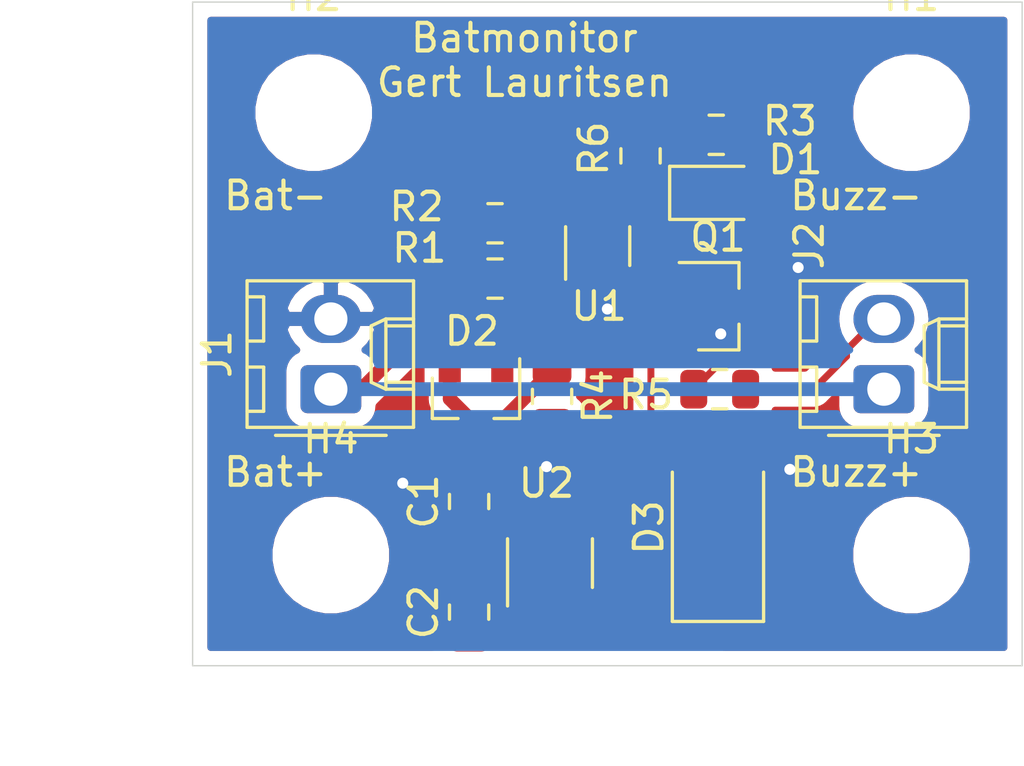
<source format=kicad_pcb>
(kicad_pcb (version 20171130) (host pcbnew "(5.1.5)-3")

  (general
    (thickness 1.6)
    (drawings 11)
    (tracks 70)
    (zones 0)
    (modules 20)
    (nets 11)
  )

  (page A4)
  (layers
    (0 F.Cu signal)
    (31 B.Cu signal)
    (32 B.Adhes user)
    (33 F.Adhes user)
    (34 B.Paste user)
    (35 F.Paste user)
    (36 B.SilkS user)
    (37 F.SilkS user)
    (38 B.Mask user)
    (39 F.Mask user)
    (40 Dwgs.User user)
    (41 Cmts.User user)
    (42 Eco1.User user)
    (43 Eco2.User user)
    (44 Edge.Cuts user)
    (45 Margin user)
    (46 B.CrtYd user)
    (47 F.CrtYd user)
    (48 B.Fab user)
    (49 F.Fab user)
  )

  (setup
    (last_trace_width 0.5)
    (user_trace_width 0.5)
    (trace_clearance 0.2)
    (zone_clearance 0.508)
    (zone_45_only no)
    (trace_min 0.2)
    (via_size 0.8)
    (via_drill 0.4)
    (via_min_size 0.4)
    (via_min_drill 0.3)
    (uvia_size 0.3)
    (uvia_drill 0.1)
    (uvias_allowed no)
    (uvia_min_size 0.2)
    (uvia_min_drill 0.1)
    (edge_width 0.05)
    (segment_width 0.2)
    (pcb_text_width 0.3)
    (pcb_text_size 1.5 1.5)
    (mod_edge_width 0.12)
    (mod_text_size 1 1)
    (mod_text_width 0.15)
    (pad_size 1.524 1.524)
    (pad_drill 0.762)
    (pad_to_mask_clearance 0.051)
    (solder_mask_min_width 0.25)
    (aux_axis_origin 0 0)
    (visible_elements 7FF9FFFF)
    (pcbplotparams
      (layerselection 0x010fc_ffffffff)
      (usegerberextensions false)
      (usegerberattributes false)
      (usegerberadvancedattributes false)
      (creategerberjobfile false)
      (excludeedgelayer true)
      (linewidth 0.100000)
      (plotframeref false)
      (viasonmask false)
      (mode 1)
      (useauxorigin false)
      (hpglpennumber 1)
      (hpglpenspeed 20)
      (hpglpendiameter 15.000000)
      (psnegative false)
      (psa4output false)
      (plotreference true)
      (plotvalue true)
      (plotinvisibletext false)
      (padsonsilk false)
      (subtractmaskfromsilk false)
      (outputformat 1)
      (mirror false)
      (drillshape 0)
      (scaleselection 1)
      (outputdirectory "Gerber/"))
  )

  (net 0 "")
  (net 1 "Net-(D1-Pad2)")
  (net 2 "Net-(D1-Pad1)")
  (net 3 GNDD)
  (net 4 +24V)
  (net 5 "Net-(J2-Pad2)")
  (net 6 "Net-(R1-Pad2)")
  (net 7 +3V3)
  (net 8 "Net-(C2-Pad1)")
  (net 9 "Net-(D2-Pad2)")
  (net 10 "Net-(Q1-Pad3)")

  (net_class Default "This is the default net class."
    (clearance 0.2)
    (trace_width 0.25)
    (via_dia 0.8)
    (via_drill 0.4)
    (uvia_dia 0.3)
    (uvia_drill 0.1)
    (add_net +24V)
    (add_net +3V3)
    (add_net GNDD)
    (add_net "Net-(C2-Pad1)")
    (add_net "Net-(D1-Pad1)")
    (add_net "Net-(D1-Pad2)")
    (add_net "Net-(D2-Pad2)")
    (add_net "Net-(J2-Pad2)")
    (add_net "Net-(Q1-Pad3)")
    (add_net "Net-(R1-Pad2)")
  )

  (module Resistor_SMD:R_0805_2012Metric (layer F.Cu) (tedit 5B36C52B) (tstamp 5EEA5918)
    (at 140.2 91.5625 270)
    (descr "Resistor SMD 0805 (2012 Metric), square (rectangular) end terminal, IPC_7351 nominal, (Body size source: https://docs.google.com/spreadsheets/d/1BsfQQcO9C6DZCsRaXUlFlo91Tg2WpOkGARC1WS5S8t0/edit?usp=sharing), generated with kicad-footprint-generator")
    (tags resistor)
    (path /5EEA5E71)
    (attr smd)
    (fp_text reference R6 (at -0.2625 1.7 90) (layer F.SilkS)
      (effects (font (size 1 1) (thickness 0.15)))
    )
    (fp_text value 1k (at 0 1.65 90) (layer F.Fab)
      (effects (font (size 1 1) (thickness 0.15)))
    )
    (fp_text user %R (at 0 0 90) (layer F.Fab)
      (effects (font (size 0.5 0.5) (thickness 0.08)))
    )
    (fp_line (start 1.68 0.95) (end -1.68 0.95) (layer F.CrtYd) (width 0.05))
    (fp_line (start 1.68 -0.95) (end 1.68 0.95) (layer F.CrtYd) (width 0.05))
    (fp_line (start -1.68 -0.95) (end 1.68 -0.95) (layer F.CrtYd) (width 0.05))
    (fp_line (start -1.68 0.95) (end -1.68 -0.95) (layer F.CrtYd) (width 0.05))
    (fp_line (start -0.258578 0.71) (end 0.258578 0.71) (layer F.SilkS) (width 0.12))
    (fp_line (start -0.258578 -0.71) (end 0.258578 -0.71) (layer F.SilkS) (width 0.12))
    (fp_line (start 1 0.6) (end -1 0.6) (layer F.Fab) (width 0.1))
    (fp_line (start 1 -0.6) (end 1 0.6) (layer F.Fab) (width 0.1))
    (fp_line (start -1 -0.6) (end 1 -0.6) (layer F.Fab) (width 0.1))
    (fp_line (start -1 0.6) (end -1 -0.6) (layer F.Fab) (width 0.1))
    (pad 2 smd roundrect (at 0.9375 0 270) (size 0.975 1.4) (layers F.Cu F.Paste F.Mask) (roundrect_rratio 0.25)
      (net 2 "Net-(D1-Pad1)"))
    (pad 1 smd roundrect (at -0.9375 0 270) (size 0.975 1.4) (layers F.Cu F.Paste F.Mask) (roundrect_rratio 0.25)
      (net 7 +3V3))
    (model ${KISYS3DMOD}/Resistor_SMD.3dshapes/R_0805_2012Metric.wrl
      (at (xyz 0 0 0))
      (scale (xyz 1 1 1))
      (rotate (xyz 0 0 0))
    )
  )

  (module Resistor_SMD:R_0805_2012Metric (layer F.Cu) (tedit 5B36C52B) (tstamp 5ED797C1)
    (at 143.0625 100 180)
    (descr "Resistor SMD 0805 (2012 Metric), square (rectangular) end terminal, IPC_7351 nominal, (Body size source: https://docs.google.com/spreadsheets/d/1BsfQQcO9C6DZCsRaXUlFlo91Tg2WpOkGARC1WS5S8t0/edit?usp=sharing), generated with kicad-footprint-generator")
    (tags resistor)
    (path /5ED87ACF)
    (attr smd)
    (fp_text reference R5 (at 2.6625 -0.2) (layer F.SilkS)
      (effects (font (size 1 1) (thickness 0.15)))
    )
    (fp_text value 100R (at 0 1.65) (layer F.Fab)
      (effects (font (size 1 1) (thickness 0.15)))
    )
    (fp_text user %R (at 0 0) (layer F.Fab)
      (effects (font (size 0.5 0.5) (thickness 0.08)))
    )
    (fp_line (start 1.68 0.95) (end -1.68 0.95) (layer F.CrtYd) (width 0.05))
    (fp_line (start 1.68 -0.95) (end 1.68 0.95) (layer F.CrtYd) (width 0.05))
    (fp_line (start -1.68 -0.95) (end 1.68 -0.95) (layer F.CrtYd) (width 0.05))
    (fp_line (start -1.68 0.95) (end -1.68 -0.95) (layer F.CrtYd) (width 0.05))
    (fp_line (start -0.258578 0.71) (end 0.258578 0.71) (layer F.SilkS) (width 0.12))
    (fp_line (start -0.258578 -0.71) (end 0.258578 -0.71) (layer F.SilkS) (width 0.12))
    (fp_line (start 1 0.6) (end -1 0.6) (layer F.Fab) (width 0.1))
    (fp_line (start 1 -0.6) (end 1 0.6) (layer F.Fab) (width 0.1))
    (fp_line (start -1 -0.6) (end 1 -0.6) (layer F.Fab) (width 0.1))
    (fp_line (start -1 0.6) (end -1 -0.6) (layer F.Fab) (width 0.1))
    (pad 2 smd roundrect (at 0.9375 0 180) (size 0.975 1.4) (layers F.Cu F.Paste F.Mask) (roundrect_rratio 0.25)
      (net 10 "Net-(Q1-Pad3)"))
    (pad 1 smd roundrect (at -0.9375 0 180) (size 0.975 1.4) (layers F.Cu F.Paste F.Mask) (roundrect_rratio 0.25)
      (net 5 "Net-(J2-Pad2)"))
    (model ${KISYS3DMOD}/Resistor_SMD.3dshapes/R_0805_2012Metric.wrl
      (at (xyz 0 0 0))
      (scale (xyz 1 1 1))
      (rotate (xyz 0 0 0))
    )
  )

  (module Resistor_SMD:R_0805_2012Metric (layer F.Cu) (tedit 5B36C52B) (tstamp 5ED797B0)
    (at 137 100.2625 270)
    (descr "Resistor SMD 0805 (2012 Metric), square (rectangular) end terminal, IPC_7351 nominal, (Body size source: https://docs.google.com/spreadsheets/d/1BsfQQcO9C6DZCsRaXUlFlo91Tg2WpOkGARC1WS5S8t0/edit?usp=sharing), generated with kicad-footprint-generator")
    (tags resistor)
    (path /5ED7F1D5)
    (attr smd)
    (fp_text reference R4 (at 0 -1.65 90) (layer F.SilkS)
      (effects (font (size 1 1) (thickness 0.15)))
    )
    (fp_text value 10R (at 0 1.65 90) (layer F.Fab)
      (effects (font (size 1 1) (thickness 0.15)))
    )
    (fp_text user %R (at 0 0 90) (layer F.Fab)
      (effects (font (size 0.5 0.5) (thickness 0.08)))
    )
    (fp_line (start 1.68 0.95) (end -1.68 0.95) (layer F.CrtYd) (width 0.05))
    (fp_line (start 1.68 -0.95) (end 1.68 0.95) (layer F.CrtYd) (width 0.05))
    (fp_line (start -1.68 -0.95) (end 1.68 -0.95) (layer F.CrtYd) (width 0.05))
    (fp_line (start -1.68 0.95) (end -1.68 -0.95) (layer F.CrtYd) (width 0.05))
    (fp_line (start -0.258578 0.71) (end 0.258578 0.71) (layer F.SilkS) (width 0.12))
    (fp_line (start -0.258578 -0.71) (end 0.258578 -0.71) (layer F.SilkS) (width 0.12))
    (fp_line (start 1 0.6) (end -1 0.6) (layer F.Fab) (width 0.1))
    (fp_line (start 1 -0.6) (end 1 0.6) (layer F.Fab) (width 0.1))
    (fp_line (start -1 -0.6) (end 1 -0.6) (layer F.Fab) (width 0.1))
    (fp_line (start -1 0.6) (end -1 -0.6) (layer F.Fab) (width 0.1))
    (pad 2 smd roundrect (at 0.9375 0 270) (size 0.975 1.4) (layers F.Cu F.Paste F.Mask) (roundrect_rratio 0.25)
      (net 8 "Net-(C2-Pad1)"))
    (pad 1 smd roundrect (at -0.9375 0 270) (size 0.975 1.4) (layers F.Cu F.Paste F.Mask) (roundrect_rratio 0.25)
      (net 9 "Net-(D2-Pad2)"))
    (model ${KISYS3DMOD}/Resistor_SMD.3dshapes/R_0805_2012Metric.wrl
      (at (xyz 0 0 0))
      (scale (xyz 1 1 1))
      (rotate (xyz 0 0 0))
    )
  )

  (module Diode_SMD:D_SMA (layer F.Cu) (tedit 586432E5) (tstamp 5ED79653)
    (at 143 105 90)
    (descr "Diode SMA (DO-214AC)")
    (tags "Diode SMA (DO-214AC)")
    (path /5ED830CF)
    (attr smd)
    (fp_text reference D3 (at 0 -2.5 90) (layer F.SilkS)
      (effects (font (size 1 1) (thickness 0.15)))
    )
    (fp_text value SMAZ33-TP (at 0 2.6 90) (layer F.Fab)
      (effects (font (size 1 1) (thickness 0.15)))
    )
    (fp_line (start -3.4 -1.65) (end 2 -1.65) (layer F.SilkS) (width 0.12))
    (fp_line (start -3.4 1.65) (end 2 1.65) (layer F.SilkS) (width 0.12))
    (fp_line (start -0.64944 0.00102) (end 0.50118 -0.79908) (layer F.Fab) (width 0.1))
    (fp_line (start -0.64944 0.00102) (end 0.50118 0.75032) (layer F.Fab) (width 0.1))
    (fp_line (start 0.50118 0.75032) (end 0.50118 -0.79908) (layer F.Fab) (width 0.1))
    (fp_line (start -0.64944 -0.79908) (end -0.64944 0.80112) (layer F.Fab) (width 0.1))
    (fp_line (start 0.50118 0.00102) (end 1.4994 0.00102) (layer F.Fab) (width 0.1))
    (fp_line (start -0.64944 0.00102) (end -1.55114 0.00102) (layer F.Fab) (width 0.1))
    (fp_line (start -3.5 1.75) (end -3.5 -1.75) (layer F.CrtYd) (width 0.05))
    (fp_line (start 3.5 1.75) (end -3.5 1.75) (layer F.CrtYd) (width 0.05))
    (fp_line (start 3.5 -1.75) (end 3.5 1.75) (layer F.CrtYd) (width 0.05))
    (fp_line (start -3.5 -1.75) (end 3.5 -1.75) (layer F.CrtYd) (width 0.05))
    (fp_line (start 2.3 -1.5) (end -2.3 -1.5) (layer F.Fab) (width 0.1))
    (fp_line (start 2.3 -1.5) (end 2.3 1.5) (layer F.Fab) (width 0.1))
    (fp_line (start -2.3 1.5) (end -2.3 -1.5) (layer F.Fab) (width 0.1))
    (fp_line (start 2.3 1.5) (end -2.3 1.5) (layer F.Fab) (width 0.1))
    (fp_line (start -3.4 -1.65) (end -3.4 1.65) (layer F.SilkS) (width 0.12))
    (fp_text user %R (at 0 -2.5 90) (layer F.Fab)
      (effects (font (size 1 1) (thickness 0.15)))
    )
    (pad 2 smd rect (at 2 0 90) (size 2.5 1.8) (layers F.Cu F.Paste F.Mask)
      (net 3 GNDD))
    (pad 1 smd rect (at -2 0 90) (size 2.5 1.8) (layers F.Cu F.Paste F.Mask)
      (net 8 "Net-(C2-Pad1)"))
    (model ${KISYS3DMOD}/Diode_SMD.3dshapes/D_SMA.wrl
      (at (xyz 0 0 0))
      (scale (xyz 1 1 1))
      (rotate (xyz 0 0 0))
    )
  )

  (module Package_TO_SOT_SMD:SOT-23 (layer F.Cu) (tedit 5A02FF57) (tstamp 5ED75ED2)
    (at 134.25 100.3 270)
    (descr "SOT-23, Standard")
    (tags SOT-23)
    (path /5EE10E10)
    (attr smd)
    (fp_text reference D2 (at -2.4 0.15 180) (layer F.SilkS)
      (effects (font (size 1 1) (thickness 0.15)))
    )
    (fp_text value BAT54S (at 0 2.5 90) (layer F.Fab)
      (effects (font (size 1 1) (thickness 0.15)))
    )
    (fp_line (start 0.76 1.58) (end -0.7 1.58) (layer F.SilkS) (width 0.12))
    (fp_line (start 0.76 -1.58) (end -1.4 -1.58) (layer F.SilkS) (width 0.12))
    (fp_line (start -1.7 1.75) (end -1.7 -1.75) (layer F.CrtYd) (width 0.05))
    (fp_line (start 1.7 1.75) (end -1.7 1.75) (layer F.CrtYd) (width 0.05))
    (fp_line (start 1.7 -1.75) (end 1.7 1.75) (layer F.CrtYd) (width 0.05))
    (fp_line (start -1.7 -1.75) (end 1.7 -1.75) (layer F.CrtYd) (width 0.05))
    (fp_line (start 0.76 -1.58) (end 0.76 -0.65) (layer F.SilkS) (width 0.12))
    (fp_line (start 0.76 1.58) (end 0.76 0.65) (layer F.SilkS) (width 0.12))
    (fp_line (start -0.7 1.52) (end 0.7 1.52) (layer F.Fab) (width 0.1))
    (fp_line (start 0.7 -1.52) (end 0.7 1.52) (layer F.Fab) (width 0.1))
    (fp_line (start -0.7 -0.95) (end -0.15 -1.52) (layer F.Fab) (width 0.1))
    (fp_line (start -0.15 -1.52) (end 0.7 -1.52) (layer F.Fab) (width 0.1))
    (fp_line (start -0.7 -0.95) (end -0.7 1.5) (layer F.Fab) (width 0.1))
    (fp_text user %R (at 0 0) (layer F.Fab)
      (effects (font (size 0.5 0.5) (thickness 0.075)))
    )
    (pad 3 smd rect (at 1 0 270) (size 0.9 0.8) (layers F.Cu F.Paste F.Mask)
      (net 9 "Net-(D2-Pad2)"))
    (pad 2 smd rect (at -1 0.95 270) (size 0.9 0.8) (layers F.Cu F.Paste F.Mask)
      (net 9 "Net-(D2-Pad2)"))
    (pad 1 smd rect (at -1 -0.95 270) (size 0.9 0.8) (layers F.Cu F.Paste F.Mask)
      (net 4 +24V))
    (model ${KISYS3DMOD}/Package_TO_SOT_SMD.3dshapes/SOT-23.wrl
      (at (xyz 0 0 0))
      (scale (xyz 1 1 1))
      (rotate (xyz 0 0 0))
    )
  )

  (module Package_TO_SOT_SMD:TSOT-23-5 (layer F.Cu) (tedit 5A02FF57) (tstamp 5ED75B58)
    (at 136.9 106.29 90)
    (descr "5-pin TSOT23 package, http://cds.linear.com/docs/en/packaging/SOT_5_05-08-1635.pdf")
    (tags TSOT-23-5)
    (path /5EE031F1)
    (attr smd)
    (fp_text reference U2 (at 2.89 -0.1 180) (layer F.SilkS)
      (effects (font (size 1 1) (thickness 0.15)))
    )
    (fp_text value ADP7142AUJZ (at 0 2.5 90) (layer F.Fab)
      (effects (font (size 1 1) (thickness 0.15)))
    )
    (fp_line (start 2.17 1.7) (end -2.17 1.7) (layer F.CrtYd) (width 0.05))
    (fp_line (start 2.17 1.7) (end 2.17 -1.7) (layer F.CrtYd) (width 0.05))
    (fp_line (start -2.17 -1.7) (end -2.17 1.7) (layer F.CrtYd) (width 0.05))
    (fp_line (start -2.17 -1.7) (end 2.17 -1.7) (layer F.CrtYd) (width 0.05))
    (fp_line (start 0.88 -1.45) (end 0.88 1.45) (layer F.Fab) (width 0.1))
    (fp_line (start 0.88 1.45) (end -0.88 1.45) (layer F.Fab) (width 0.1))
    (fp_line (start -0.88 -1) (end -0.88 1.45) (layer F.Fab) (width 0.1))
    (fp_line (start 0.88 -1.45) (end -0.43 -1.45) (layer F.Fab) (width 0.1))
    (fp_line (start -0.88 -1) (end -0.43 -1.45) (layer F.Fab) (width 0.1))
    (fp_line (start 0.88 -1.51) (end -1.55 -1.51) (layer F.SilkS) (width 0.12))
    (fp_line (start -0.88 1.56) (end 0.88 1.56) (layer F.SilkS) (width 0.12))
    (fp_text user %R (at 0 0) (layer F.Fab)
      (effects (font (size 0.5 0.5) (thickness 0.075)))
    )
    (pad 5 smd rect (at 1.31 -0.95 90) (size 1.22 0.65) (layers F.Cu F.Paste F.Mask)
      (net 7 +3V3))
    (pad 4 smd rect (at 1.31 0.95 90) (size 1.22 0.65) (layers F.Cu F.Paste F.Mask)
      (net 7 +3V3))
    (pad 3 smd rect (at -1.31 0.95 90) (size 1.22 0.65) (layers F.Cu F.Paste F.Mask)
      (net 8 "Net-(C2-Pad1)"))
    (pad 2 smd rect (at -1.31 0 90) (size 1.22 0.65) (layers F.Cu F.Paste F.Mask)
      (net 3 GNDD))
    (pad 1 smd rect (at -1.31 -0.95 90) (size 1.22 0.65) (layers F.Cu F.Paste F.Mask)
      (net 8 "Net-(C2-Pad1)"))
    (model ${KISYS3DMOD}/Package_TO_SOT_SMD.3dshapes/TSOT-23-5.wrl
      (at (xyz 0 0 0))
      (scale (xyz 1 1 1))
      (rotate (xyz 0 0 0))
    )
  )

  (module Capacitor_SMD:C_0805_2012Metric (layer F.Cu) (tedit 5B36C52B) (tstamp 5ED6993C)
    (at 134 108.0625 90)
    (descr "Capacitor SMD 0805 (2012 Metric), square (rectangular) end terminal, IPC_7351 nominal, (Body size source: https://docs.google.com/spreadsheets/d/1BsfQQcO9C6DZCsRaXUlFlo91Tg2WpOkGARC1WS5S8t0/edit?usp=sharing), generated with kicad-footprint-generator")
    (tags capacitor)
    (path /5EDB534D)
    (attr smd)
    (fp_text reference C2 (at 0 -1.65 90) (layer F.SilkS)
      (effects (font (size 1 1) (thickness 0.15)))
    )
    (fp_text value 22uF (at 0 1.65 90) (layer F.Fab)
      (effects (font (size 1 1) (thickness 0.15)))
    )
    (fp_text user %R (at 0 0 90) (layer F.Fab)
      (effects (font (size 0.5 0.5) (thickness 0.08)))
    )
    (fp_line (start 1.68 0.95) (end -1.68 0.95) (layer F.CrtYd) (width 0.05))
    (fp_line (start 1.68 -0.95) (end 1.68 0.95) (layer F.CrtYd) (width 0.05))
    (fp_line (start -1.68 -0.95) (end 1.68 -0.95) (layer F.CrtYd) (width 0.05))
    (fp_line (start -1.68 0.95) (end -1.68 -0.95) (layer F.CrtYd) (width 0.05))
    (fp_line (start -0.258578 0.71) (end 0.258578 0.71) (layer F.SilkS) (width 0.12))
    (fp_line (start -0.258578 -0.71) (end 0.258578 -0.71) (layer F.SilkS) (width 0.12))
    (fp_line (start 1 0.6) (end -1 0.6) (layer F.Fab) (width 0.1))
    (fp_line (start 1 -0.6) (end 1 0.6) (layer F.Fab) (width 0.1))
    (fp_line (start -1 -0.6) (end 1 -0.6) (layer F.Fab) (width 0.1))
    (fp_line (start -1 0.6) (end -1 -0.6) (layer F.Fab) (width 0.1))
    (pad 2 smd roundrect (at 0.9375 0 90) (size 0.975 1.4) (layers F.Cu F.Paste F.Mask) (roundrect_rratio 0.25)
      (net 3 GNDD))
    (pad 1 smd roundrect (at -0.9375 0 90) (size 0.975 1.4) (layers F.Cu F.Paste F.Mask) (roundrect_rratio 0.25)
      (net 8 "Net-(C2-Pad1)"))
    (model ${KISYS3DMOD}/Capacitor_SMD.3dshapes/C_0805_2012Metric.wrl
      (at (xyz 0 0 0))
      (scale (xyz 1 1 1))
      (rotate (xyz 0 0 0))
    )
  )

  (module Capacitor_SMD:C_0805_2012Metric (layer F.Cu) (tedit 5B36C52B) (tstamp 5ED6992B)
    (at 134 104.0625 90)
    (descr "Capacitor SMD 0805 (2012 Metric), square (rectangular) end terminal, IPC_7351 nominal, (Body size source: https://docs.google.com/spreadsheets/d/1BsfQQcO9C6DZCsRaXUlFlo91Tg2WpOkGARC1WS5S8t0/edit?usp=sharing), generated with kicad-footprint-generator")
    (tags capacitor)
    (path /5EDB5BBA)
    (attr smd)
    (fp_text reference C1 (at 0 -1.65 90) (layer F.SilkS)
      (effects (font (size 1 1) (thickness 0.15)))
    )
    (fp_text value 22uF (at 0 1.65 90) (layer F.Fab)
      (effects (font (size 1 1) (thickness 0.15)))
    )
    (fp_text user %R (at 0 0 90) (layer F.Fab)
      (effects (font (size 0.5 0.5) (thickness 0.08)))
    )
    (fp_line (start 1.68 0.95) (end -1.68 0.95) (layer F.CrtYd) (width 0.05))
    (fp_line (start 1.68 -0.95) (end 1.68 0.95) (layer F.CrtYd) (width 0.05))
    (fp_line (start -1.68 -0.95) (end 1.68 -0.95) (layer F.CrtYd) (width 0.05))
    (fp_line (start -1.68 0.95) (end -1.68 -0.95) (layer F.CrtYd) (width 0.05))
    (fp_line (start -0.258578 0.71) (end 0.258578 0.71) (layer F.SilkS) (width 0.12))
    (fp_line (start -0.258578 -0.71) (end 0.258578 -0.71) (layer F.SilkS) (width 0.12))
    (fp_line (start 1 0.6) (end -1 0.6) (layer F.Fab) (width 0.1))
    (fp_line (start 1 -0.6) (end 1 0.6) (layer F.Fab) (width 0.1))
    (fp_line (start -1 -0.6) (end 1 -0.6) (layer F.Fab) (width 0.1))
    (fp_line (start -1 0.6) (end -1 -0.6) (layer F.Fab) (width 0.1))
    (pad 2 smd roundrect (at 0.9375 0 90) (size 0.975 1.4) (layers F.Cu F.Paste F.Mask) (roundrect_rratio 0.25)
      (net 3 GNDD))
    (pad 1 smd roundrect (at -0.9375 0 90) (size 0.975 1.4) (layers F.Cu F.Paste F.Mask) (roundrect_rratio 0.25)
      (net 7 +3V3))
    (model ${KISYS3DMOD}/Capacitor_SMD.3dshapes/C_0805_2012Metric.wrl
      (at (xyz 0 0 0))
      (scale (xyz 1 1 1))
      (rotate (xyz 0 0 0))
    )
  )

  (module Resistor_SMD:R_0805_2012Metric (layer F.Cu) (tedit 5B36C52B) (tstamp 5ED69015)
    (at 134.9375 94)
    (descr "Resistor SMD 0805 (2012 Metric), square (rectangular) end terminal, IPC_7351 nominal, (Body size source: https://docs.google.com/spreadsheets/d/1BsfQQcO9C6DZCsRaXUlFlo91Tg2WpOkGARC1WS5S8t0/edit?usp=sharing), generated with kicad-footprint-generator")
    (tags resistor)
    (path /5ED9C029)
    (attr smd)
    (fp_text reference R2 (at -2.8375 -0.6) (layer F.SilkS)
      (effects (font (size 1 1) (thickness 0.15)))
    )
    (fp_text value TBD (at 0 1.65) (layer F.Fab)
      (effects (font (size 1 1) (thickness 0.15)))
    )
    (fp_text user %R (at -2.6375 1.3) (layer F.Fab)
      (effects (font (size 0.5 0.5) (thickness 0.08)))
    )
    (fp_line (start 1.68 0.95) (end -1.68 0.95) (layer F.CrtYd) (width 0.05))
    (fp_line (start 1.68 -0.95) (end 1.68 0.95) (layer F.CrtYd) (width 0.05))
    (fp_line (start -1.68 -0.95) (end 1.68 -0.95) (layer F.CrtYd) (width 0.05))
    (fp_line (start -1.68 0.95) (end -1.68 -0.95) (layer F.CrtYd) (width 0.05))
    (fp_line (start -0.258578 0.71) (end 0.258578 0.71) (layer F.SilkS) (width 0.12))
    (fp_line (start -0.258578 -0.71) (end 0.258578 -0.71) (layer F.SilkS) (width 0.12))
    (fp_line (start 1 0.6) (end -1 0.6) (layer F.Fab) (width 0.1))
    (fp_line (start 1 -0.6) (end 1 0.6) (layer F.Fab) (width 0.1))
    (fp_line (start -1 -0.6) (end 1 -0.6) (layer F.Fab) (width 0.1))
    (fp_line (start -1 0.6) (end -1 -0.6) (layer F.Fab) (width 0.1))
    (pad 2 smd roundrect (at 0.9375 0) (size 0.975 1.4) (layers F.Cu F.Paste F.Mask) (roundrect_rratio 0.25)
      (net 3 GNDD))
    (pad 1 smd roundrect (at -0.9375 0) (size 0.975 1.4) (layers F.Cu F.Paste F.Mask) (roundrect_rratio 0.25)
      (net 6 "Net-(R1-Pad2)"))
    (model ${KISYS3DMOD}/Resistor_SMD.3dshapes/R_0805_2012Metric.wrl
      (at (xyz 0 0 0))
      (scale (xyz 1 1 1))
      (rotate (xyz 0 0 0))
    )
  )

  (module Resistor_SMD:R_0805_2012Metric (layer F.Cu) (tedit 5B36C52B) (tstamp 5ED69006)
    (at 134.9375 96)
    (descr "Resistor SMD 0805 (2012 Metric), square (rectangular) end terminal, IPC_7351 nominal, (Body size source: https://docs.google.com/spreadsheets/d/1BsfQQcO9C6DZCsRaXUlFlo91Tg2WpOkGARC1WS5S8t0/edit?usp=sharing), generated with kicad-footprint-generator")
    (tags resistor)
    (path /5ED9BC02)
    (attr smd)
    (fp_text reference R1 (at -2.7375 -1.1) (layer F.SilkS)
      (effects (font (size 1 1) (thickness 0.15)))
    )
    (fp_text value 100k (at 0 1.65) (layer F.Fab)
      (effects (font (size 1 1) (thickness 0.15)))
    )
    (fp_text user %R (at 0 0) (layer F.Fab)
      (effects (font (size 0.5 0.5) (thickness 0.08)))
    )
    (fp_line (start 1.68 0.95) (end -1.68 0.95) (layer F.CrtYd) (width 0.05))
    (fp_line (start 1.68 -0.95) (end 1.68 0.95) (layer F.CrtYd) (width 0.05))
    (fp_line (start -1.68 -0.95) (end 1.68 -0.95) (layer F.CrtYd) (width 0.05))
    (fp_line (start -1.68 0.95) (end -1.68 -0.95) (layer F.CrtYd) (width 0.05))
    (fp_line (start -0.258578 0.71) (end 0.258578 0.71) (layer F.SilkS) (width 0.12))
    (fp_line (start -0.258578 -0.71) (end 0.258578 -0.71) (layer F.SilkS) (width 0.12))
    (fp_line (start 1 0.6) (end -1 0.6) (layer F.Fab) (width 0.1))
    (fp_line (start 1 -0.6) (end 1 0.6) (layer F.Fab) (width 0.1))
    (fp_line (start -1 -0.6) (end 1 -0.6) (layer F.Fab) (width 0.1))
    (fp_line (start -1 0.6) (end -1 -0.6) (layer F.Fab) (width 0.1))
    (pad 2 smd roundrect (at 0.9375 0) (size 0.975 1.4) (layers F.Cu F.Paste F.Mask) (roundrect_rratio 0.25)
      (net 6 "Net-(R1-Pad2)"))
    (pad 1 smd roundrect (at -0.9375 0) (size 0.975 1.4) (layers F.Cu F.Paste F.Mask) (roundrect_rratio 0.25)
      (net 4 +24V))
    (model ${KISYS3DMOD}/Resistor_SMD.3dshapes/R_0805_2012Metric.wrl
      (at (xyz 0 0 0))
      (scale (xyz 1 1 1))
      (rotate (xyz 0 0 0))
    )
  )

  (module Package_TO_SOT_SMD:Analog_KS-4 (layer F.Cu) (tedit 5A02FF57) (tstamp 5ED6903A)
    (at 138.65 94.825 90)
    (descr "Analog Devices KS-4, http://www.analog.com/media/en/package-pcb-resources/package/pkg_pdf/sc70ks/ks_4.pdf")
    (tags "Analog Devices KS-4 (like EIAJ SC-82)")
    (path /5ED9A5A5)
    (attr smd)
    (fp_text reference U1 (at -2.175 0.05 180) (layer F.SilkS)
      (effects (font (size 1 1) (thickness 0.15)))
    )
    (fp_text value ADCMP350 (at 0 2 90) (layer F.Fab)
      (effects (font (size 1 1) (thickness 0.15)))
    )
    (fp_line (start -0.175 -1.1) (end -0.675 -0.6) (layer F.Fab) (width 0.1))
    (fp_line (start 0.675 1.1) (end -0.675 1.1) (layer F.Fab) (width 0.1))
    (fp_line (start 0.675 -1.1) (end 0.675 1.1) (layer F.Fab) (width 0.1))
    (fp_line (start -0.675 -0.6) (end -0.675 1.1) (layer F.Fab) (width 0.1))
    (fp_line (start 0.675 -1.1) (end -0.175 -1.1) (layer F.Fab) (width 0.1))
    (fp_line (start -1.5 1.4) (end 1.5 1.4) (layer F.CrtYd) (width 0.05))
    (fp_line (start -1.5 -1.4) (end 1.5 -1.4) (layer F.CrtYd) (width 0.05))
    (fp_line (start -1.5 -1.4) (end -1.5 1.4) (layer F.CrtYd) (width 0.05))
    (fp_line (start 1.5 1.4) (end 1.5 -1.4) (layer F.CrtYd) (width 0.05))
    (fp_line (start -0.7 1.16) (end 0.7 1.16) (layer F.SilkS) (width 0.12))
    (fp_line (start 0.7 -1.16) (end -1.2 -1.16) (layer F.SilkS) (width 0.12))
    (fp_text user %R (at 0 0) (layer F.Fab)
      (effects (font (size 0.5 0.5) (thickness 0.075)))
    )
    (pad 4 smd rect (at 0.825 -0.65 90) (size 0.75 0.4) (layers F.Cu F.Paste F.Mask)
      (net 7 +3V3))
    (pad 3 smd rect (at 0.825 0.65 90) (size 0.75 0.4) (layers F.Cu F.Paste F.Mask)
      (net 2 "Net-(D1-Pad1)"))
    (pad 2 smd rect (at -0.825 0.5 90) (size 0.75 0.8) (layers F.Cu F.Paste F.Mask)
      (net 3 GNDD))
    (pad 1 smd rect (at -0.825 -0.65 90) (size 0.75 0.4) (layers F.Cu F.Paste F.Mask)
      (net 6 "Net-(R1-Pad2)"))
    (model ${KISYS3DMOD}/Package_TO_SOT_SMD.3dshapes/Analog_KS-4.wrl
      (at (xyz 0 0 0))
      (scale (xyz 1 1 1))
      (rotate (xyz 0 0 0))
    )
  )

  (module Resistor_SMD:R_0805_2012Metric (layer F.Cu) (tedit 5B36C52B) (tstamp 5ED69026)
    (at 142.9375 90.8)
    (descr "Resistor SMD 0805 (2012 Metric), square (rectangular) end terminal, IPC_7351 nominal, (Body size source: https://docs.google.com/spreadsheets/d/1BsfQQcO9C6DZCsRaXUlFlo91Tg2WpOkGARC1WS5S8t0/edit?usp=sharing), generated with kicad-footprint-generator")
    (tags resistor)
    (path /5EDA4635)
    (attr smd)
    (fp_text reference R3 (at 2.6625 -0.5) (layer F.SilkS)
      (effects (font (size 1 1) (thickness 0.15)))
    )
    (fp_text value 1k (at 0 1.65) (layer F.Fab)
      (effects (font (size 1 1) (thickness 0.15)))
    )
    (fp_text user %R (at 0 0) (layer F.Fab)
      (effects (font (size 0.5 0.5) (thickness 0.08)))
    )
    (fp_line (start 1.68 0.95) (end -1.68 0.95) (layer F.CrtYd) (width 0.05))
    (fp_line (start 1.68 -0.95) (end 1.68 0.95) (layer F.CrtYd) (width 0.05))
    (fp_line (start -1.68 -0.95) (end 1.68 -0.95) (layer F.CrtYd) (width 0.05))
    (fp_line (start -1.68 0.95) (end -1.68 -0.95) (layer F.CrtYd) (width 0.05))
    (fp_line (start -0.258578 0.71) (end 0.258578 0.71) (layer F.SilkS) (width 0.12))
    (fp_line (start -0.258578 -0.71) (end 0.258578 -0.71) (layer F.SilkS) (width 0.12))
    (fp_line (start 1 0.6) (end -1 0.6) (layer F.Fab) (width 0.1))
    (fp_line (start 1 -0.6) (end 1 0.6) (layer F.Fab) (width 0.1))
    (fp_line (start -1 -0.6) (end 1 -0.6) (layer F.Fab) (width 0.1))
    (fp_line (start -1 0.6) (end -1 -0.6) (layer F.Fab) (width 0.1))
    (pad 2 smd roundrect (at 0.9375 0) (size 0.975 1.4) (layers F.Cu F.Paste F.Mask) (roundrect_rratio 0.25)
      (net 1 "Net-(D1-Pad2)"))
    (pad 1 smd roundrect (at -0.9375 0) (size 0.975 1.4) (layers F.Cu F.Paste F.Mask) (roundrect_rratio 0.25)
      (net 7 +3V3))
    (model ${KISYS3DMOD}/Resistor_SMD.3dshapes/R_0805_2012Metric.wrl
      (at (xyz 0 0 0))
      (scale (xyz 1 1 1))
      (rotate (xyz 0 0 0))
    )
  )

  (module Package_TO_SOT_SMD:SOT-23 (layer F.Cu) (tedit 5A02FF57) (tstamp 5ED68FF7)
    (at 143 97)
    (descr "SOT-23, Standard")
    (tags SOT-23)
    (path /5ED9F4C0)
    (attr smd)
    (fp_text reference Q1 (at 0 -2.5) (layer F.SilkS)
      (effects (font (size 1 1) (thickness 0.15)))
    )
    (fp_text value BSN20 (at 0 2.5) (layer F.Fab)
      (effects (font (size 1 1) (thickness 0.15)))
    )
    (fp_line (start 0.76 1.58) (end -0.7 1.58) (layer F.SilkS) (width 0.12))
    (fp_line (start 0.76 -1.58) (end -1.4 -1.58) (layer F.SilkS) (width 0.12))
    (fp_line (start -1.7 1.75) (end -1.7 -1.75) (layer F.CrtYd) (width 0.05))
    (fp_line (start 1.7 1.75) (end -1.7 1.75) (layer F.CrtYd) (width 0.05))
    (fp_line (start 1.7 -1.75) (end 1.7 1.75) (layer F.CrtYd) (width 0.05))
    (fp_line (start -1.7 -1.75) (end 1.7 -1.75) (layer F.CrtYd) (width 0.05))
    (fp_line (start 0.76 -1.58) (end 0.76 -0.65) (layer F.SilkS) (width 0.12))
    (fp_line (start 0.76 1.58) (end 0.76 0.65) (layer F.SilkS) (width 0.12))
    (fp_line (start -0.7 1.52) (end 0.7 1.52) (layer F.Fab) (width 0.1))
    (fp_line (start 0.7 -1.52) (end 0.7 1.52) (layer F.Fab) (width 0.1))
    (fp_line (start -0.7 -0.95) (end -0.15 -1.52) (layer F.Fab) (width 0.1))
    (fp_line (start -0.15 -1.52) (end 0.7 -1.52) (layer F.Fab) (width 0.1))
    (fp_line (start -0.7 -0.95) (end -0.7 1.5) (layer F.Fab) (width 0.1))
    (fp_text user %R (at 0 0 90) (layer F.Fab)
      (effects (font (size 0.5 0.5) (thickness 0.075)))
    )
    (pad 3 smd rect (at 1 0) (size 0.9 0.8) (layers F.Cu F.Paste F.Mask)
      (net 10 "Net-(Q1-Pad3)"))
    (pad 2 smd rect (at -1 0.95) (size 0.9 0.8) (layers F.Cu F.Paste F.Mask)
      (net 3 GNDD))
    (pad 1 smd rect (at -1 -0.95) (size 0.9 0.8) (layers F.Cu F.Paste F.Mask)
      (net 2 "Net-(D1-Pad1)"))
    (model ${KISYS3DMOD}/Package_TO_SOT_SMD.3dshapes/SOT-23.wrl
      (at (xyz 0 0 0))
      (scale (xyz 1 1 1))
      (rotate (xyz 0 0 0))
    )
  )

  (module Connector_Molex:Molex_KK-254_AE-6410-02A_1x02_P2.54mm_Vertical (layer F.Cu) (tedit 5B78013E) (tstamp 5ED68FE2)
    (at 149 100 90)
    (descr "Molex KK-254 Interconnect System, old/engineering part number: AE-6410-02A example for new part number: 22-27-2021, 2 Pins (http://www.molex.com/pdm_docs/sd/022272021_sd.pdf), generated with kicad-footprint-generator")
    (tags "connector Molex KK-254 side entry")
    (path /5ED984DF)
    (fp_text reference J2 (at 5.2 -2.7 90) (layer F.SilkS)
      (effects (font (size 1 1) (thickness 0.15)))
    )
    (fp_text value Buzzer (at 1.27 4.08 90) (layer F.Fab)
      (effects (font (size 1 1) (thickness 0.15)))
    )
    (fp_text user %R (at 1.27 -2.22 90) (layer F.Fab)
      (effects (font (size 1 1) (thickness 0.15)))
    )
    (fp_line (start 4.31 -3.42) (end -1.77 -3.42) (layer F.CrtYd) (width 0.05))
    (fp_line (start 4.31 3.38) (end 4.31 -3.42) (layer F.CrtYd) (width 0.05))
    (fp_line (start -1.77 3.38) (end 4.31 3.38) (layer F.CrtYd) (width 0.05))
    (fp_line (start -1.77 -3.42) (end -1.77 3.38) (layer F.CrtYd) (width 0.05))
    (fp_line (start 3.34 -2.43) (end 3.34 -3.03) (layer F.SilkS) (width 0.12))
    (fp_line (start 1.74 -2.43) (end 3.34 -2.43) (layer F.SilkS) (width 0.12))
    (fp_line (start 1.74 -3.03) (end 1.74 -2.43) (layer F.SilkS) (width 0.12))
    (fp_line (start 0.8 -2.43) (end 0.8 -3.03) (layer F.SilkS) (width 0.12))
    (fp_line (start -0.8 -2.43) (end 0.8 -2.43) (layer F.SilkS) (width 0.12))
    (fp_line (start -0.8 -3.03) (end -0.8 -2.43) (layer F.SilkS) (width 0.12))
    (fp_line (start 2.29 2.99) (end 2.29 1.99) (layer F.SilkS) (width 0.12))
    (fp_line (start 0.25 2.99) (end 0.25 1.99) (layer F.SilkS) (width 0.12))
    (fp_line (start 2.29 1.46) (end 2.54 1.99) (layer F.SilkS) (width 0.12))
    (fp_line (start 0.25 1.46) (end 2.29 1.46) (layer F.SilkS) (width 0.12))
    (fp_line (start 0 1.99) (end 0.25 1.46) (layer F.SilkS) (width 0.12))
    (fp_line (start 2.54 1.99) (end 2.54 2.99) (layer F.SilkS) (width 0.12))
    (fp_line (start 0 1.99) (end 2.54 1.99) (layer F.SilkS) (width 0.12))
    (fp_line (start 0 2.99) (end 0 1.99) (layer F.SilkS) (width 0.12))
    (fp_line (start -0.562893 0) (end -1.27 0.5) (layer F.Fab) (width 0.1))
    (fp_line (start -1.27 -0.5) (end -0.562893 0) (layer F.Fab) (width 0.1))
    (fp_line (start -1.67 -2) (end -1.67 2) (layer F.SilkS) (width 0.12))
    (fp_line (start 3.92 -3.03) (end -1.38 -3.03) (layer F.SilkS) (width 0.12))
    (fp_line (start 3.92 2.99) (end 3.92 -3.03) (layer F.SilkS) (width 0.12))
    (fp_line (start -1.38 2.99) (end 3.92 2.99) (layer F.SilkS) (width 0.12))
    (fp_line (start -1.38 -3.03) (end -1.38 2.99) (layer F.SilkS) (width 0.12))
    (fp_line (start 3.81 -2.92) (end -1.27 -2.92) (layer F.Fab) (width 0.1))
    (fp_line (start 3.81 2.88) (end 3.81 -2.92) (layer F.Fab) (width 0.1))
    (fp_line (start -1.27 2.88) (end 3.81 2.88) (layer F.Fab) (width 0.1))
    (fp_line (start -1.27 -2.92) (end -1.27 2.88) (layer F.Fab) (width 0.1))
    (pad 2 thru_hole oval (at 2.54 0 90) (size 1.74 2.2) (drill 1.2) (layers *.Cu *.Mask)
      (net 5 "Net-(J2-Pad2)"))
    (pad 1 thru_hole roundrect (at 0 0 90) (size 1.74 2.2) (drill 1.2) (layers *.Cu *.Mask) (roundrect_rratio 0.143678)
      (net 4 +24V))
    (model ${KISYS3DMOD}/Connector_Molex.3dshapes/Molex_KK-254_AE-6410-02A_1x02_P2.54mm_Vertical.wrl
      (at (xyz 0 0 0))
      (scale (xyz 1 1 1))
      (rotate (xyz 0 0 0))
    )
  )

  (module Connector_Molex:Molex_KK-254_AE-6410-02A_1x02_P2.54mm_Vertical (layer F.Cu) (tedit 5B78013E) (tstamp 5ED68FBE)
    (at 129 100 90)
    (descr "Molex KK-254 Interconnect System, old/engineering part number: AE-6410-02A example for new part number: 22-27-2021, 2 Pins (http://www.molex.com/pdm_docs/sd/022272021_sd.pdf), generated with kicad-footprint-generator")
    (tags "connector Molex KK-254 side entry")
    (path /5ED96298)
    (fp_text reference J1 (at 1.27 -4.12 90) (layer F.SilkS)
      (effects (font (size 1 1) (thickness 0.15)))
    )
    (fp_text value Battery (at 1.27 4.08 90) (layer F.Fab)
      (effects (font (size 1 1) (thickness 0.15)))
    )
    (fp_text user %R (at 1.27 -2.22 90) (layer F.Fab)
      (effects (font (size 1 1) (thickness 0.15)))
    )
    (fp_line (start 4.31 -3.42) (end -1.77 -3.42) (layer F.CrtYd) (width 0.05))
    (fp_line (start 4.31 3.38) (end 4.31 -3.42) (layer F.CrtYd) (width 0.05))
    (fp_line (start -1.77 3.38) (end 4.31 3.38) (layer F.CrtYd) (width 0.05))
    (fp_line (start -1.77 -3.42) (end -1.77 3.38) (layer F.CrtYd) (width 0.05))
    (fp_line (start 3.34 -2.43) (end 3.34 -3.03) (layer F.SilkS) (width 0.12))
    (fp_line (start 1.74 -2.43) (end 3.34 -2.43) (layer F.SilkS) (width 0.12))
    (fp_line (start 1.74 -3.03) (end 1.74 -2.43) (layer F.SilkS) (width 0.12))
    (fp_line (start 0.8 -2.43) (end 0.8 -3.03) (layer F.SilkS) (width 0.12))
    (fp_line (start -0.8 -2.43) (end 0.8 -2.43) (layer F.SilkS) (width 0.12))
    (fp_line (start -0.8 -3.03) (end -0.8 -2.43) (layer F.SilkS) (width 0.12))
    (fp_line (start 2.29 2.99) (end 2.29 1.99) (layer F.SilkS) (width 0.12))
    (fp_line (start 0.25 2.99) (end 0.25 1.99) (layer F.SilkS) (width 0.12))
    (fp_line (start 2.29 1.46) (end 2.54 1.99) (layer F.SilkS) (width 0.12))
    (fp_line (start 0.25 1.46) (end 2.29 1.46) (layer F.SilkS) (width 0.12))
    (fp_line (start 0 1.99) (end 0.25 1.46) (layer F.SilkS) (width 0.12))
    (fp_line (start 2.54 1.99) (end 2.54 2.99) (layer F.SilkS) (width 0.12))
    (fp_line (start 0 1.99) (end 2.54 1.99) (layer F.SilkS) (width 0.12))
    (fp_line (start 0 2.99) (end 0 1.99) (layer F.SilkS) (width 0.12))
    (fp_line (start -0.562893 0) (end -1.27 0.5) (layer F.Fab) (width 0.1))
    (fp_line (start -1.27 -0.5) (end -0.562893 0) (layer F.Fab) (width 0.1))
    (fp_line (start -1.67 -2) (end -1.67 2) (layer F.SilkS) (width 0.12))
    (fp_line (start 3.92 -3.03) (end -1.38 -3.03) (layer F.SilkS) (width 0.12))
    (fp_line (start 3.92 2.99) (end 3.92 -3.03) (layer F.SilkS) (width 0.12))
    (fp_line (start -1.38 2.99) (end 3.92 2.99) (layer F.SilkS) (width 0.12))
    (fp_line (start -1.38 -3.03) (end -1.38 2.99) (layer F.SilkS) (width 0.12))
    (fp_line (start 3.81 -2.92) (end -1.27 -2.92) (layer F.Fab) (width 0.1))
    (fp_line (start 3.81 2.88) (end 3.81 -2.92) (layer F.Fab) (width 0.1))
    (fp_line (start -1.27 2.88) (end 3.81 2.88) (layer F.Fab) (width 0.1))
    (fp_line (start -1.27 -2.92) (end -1.27 2.88) (layer F.Fab) (width 0.1))
    (pad 2 thru_hole oval (at 2.54 0 90) (size 1.74 2.2) (drill 1.2) (layers *.Cu *.Mask)
      (net 3 GNDD))
    (pad 1 thru_hole roundrect (at 0 0 90) (size 1.74 2.2) (drill 1.2) (layers *.Cu *.Mask) (roundrect_rratio 0.143678)
      (net 4 +24V))
    (model ${KISYS3DMOD}/Connector_Molex.3dshapes/Molex_KK-254_AE-6410-02A_1x02_P2.54mm_Vertical.wrl
      (at (xyz 0 0 0))
      (scale (xyz 1 1 1))
      (rotate (xyz 0 0 0))
    )
  )

  (module MountingHole:MountingHole_3.2mm_M3 (layer F.Cu) (tedit 56D1B4CB) (tstamp 5ED68F9A)
    (at 129 106)
    (descr "Mounting Hole 3.2mm, no annular, M3")
    (tags "mounting hole 3.2mm no annular m3")
    (path /5EDAB2AD)
    (attr virtual)
    (fp_text reference H4 (at 0 -4.2) (layer F.SilkS)
      (effects (font (size 1 1) (thickness 0.15)))
    )
    (fp_text value MountingHole (at 0 4.2) (layer F.Fab)
      (effects (font (size 1 1) (thickness 0.15)))
    )
    (fp_circle (center 0 0) (end 3.45 0) (layer F.CrtYd) (width 0.05))
    (fp_circle (center 0 0) (end 3.2 0) (layer Cmts.User) (width 0.15))
    (fp_text user %R (at 0.3 0) (layer F.Fab)
      (effects (font (size 1 1) (thickness 0.15)))
    )
    (pad 1 np_thru_hole circle (at 0 0) (size 3.2 3.2) (drill 3.2) (layers *.Cu *.Mask))
  )

  (module MountingHole:MountingHole_3.2mm_M3 (layer F.Cu) (tedit 56D1B4CB) (tstamp 5ED68F92)
    (at 150 106)
    (descr "Mounting Hole 3.2mm, no annular, M3")
    (tags "mounting hole 3.2mm no annular m3")
    (path /5EDAB069)
    (attr virtual)
    (fp_text reference H3 (at 0 -4.2) (layer F.SilkS)
      (effects (font (size 1 1) (thickness 0.15)))
    )
    (fp_text value MountingHole (at 0 4.2) (layer F.Fab)
      (effects (font (size 1 1) (thickness 0.15)))
    )
    (fp_circle (center 0 0) (end 3.45 0) (layer F.CrtYd) (width 0.05))
    (fp_circle (center 0 0) (end 3.2 0) (layer Cmts.User) (width 0.15))
    (fp_text user %R (at 0.3 0) (layer F.Fab)
      (effects (font (size 1 1) (thickness 0.15)))
    )
    (pad 1 np_thru_hole circle (at 0 0) (size 3.2 3.2) (drill 3.2) (layers *.Cu *.Mask))
  )

  (module MountingHole:MountingHole_3.2mm_M3 (layer F.Cu) (tedit 56D1B4CB) (tstamp 5ED68F8A)
    (at 128.38 90)
    (descr "Mounting Hole 3.2mm, no annular, M3")
    (tags "mounting hole 3.2mm no annular m3")
    (path /5EDAADD1)
    (attr virtual)
    (fp_text reference H2 (at 0 -4.2) (layer F.SilkS)
      (effects (font (size 1 1) (thickness 0.15)))
    )
    (fp_text value MountingHole (at 0 4.2) (layer F.Fab)
      (effects (font (size 1 1) (thickness 0.15)))
    )
    (fp_circle (center 0 0) (end 3.45 0) (layer F.CrtYd) (width 0.05))
    (fp_circle (center 0 0) (end 3.2 0) (layer Cmts.User) (width 0.15))
    (fp_text user %R (at 0.3 0) (layer F.Fab)
      (effects (font (size 1 1) (thickness 0.15)))
    )
    (pad 1 np_thru_hole circle (at 0 0) (size 3.2 3.2) (drill 3.2) (layers *.Cu *.Mask))
  )

  (module MountingHole:MountingHole_3.2mm_M3 (layer F.Cu) (tedit 56D1B4CB) (tstamp 5ED68F82)
    (at 150 90)
    (descr "Mounting Hole 3.2mm, no annular, M3")
    (tags "mounting hole 3.2mm no annular m3")
    (path /5EDAAAD2)
    (attr virtual)
    (fp_text reference H1 (at 0 -4.2) (layer F.SilkS)
      (effects (font (size 1 1) (thickness 0.15)))
    )
    (fp_text value MountingHole (at 0 4.2) (layer F.Fab)
      (effects (font (size 1 1) (thickness 0.15)))
    )
    (fp_circle (center 0 0) (end 3.45 0) (layer F.CrtYd) (width 0.05))
    (fp_circle (center 0 0) (end 3.2 0) (layer Cmts.User) (width 0.15))
    (fp_text user %R (at 0.3 0) (layer F.Fab)
      (effects (font (size 1 1) (thickness 0.15)))
    )
    (pad 1 np_thru_hole circle (at 0 0) (size 3.2 3.2) (drill 3.2) (layers *.Cu *.Mask))
  )

  (module LED_SMD:LED_0805_2012Metric (layer F.Cu) (tedit 5B36C52C) (tstamp 5ED68F7A)
    (at 142.9375 92.9)
    (descr "LED SMD 0805 (2012 Metric), square (rectangular) end terminal, IPC_7351 nominal, (Body size source: https://docs.google.com/spreadsheets/d/1BsfQQcO9C6DZCsRaXUlFlo91Tg2WpOkGARC1WS5S8t0/edit?usp=sharing), generated with kicad-footprint-generator")
    (tags diode)
    (path /5EDA911A)
    (attr smd)
    (fp_text reference D1 (at 2.8625 -1.2) (layer F.SilkS)
      (effects (font (size 1 1) (thickness 0.15)))
    )
    (fp_text value LED (at 0 1.65) (layer F.Fab)
      (effects (font (size 1 1) (thickness 0.15)))
    )
    (fp_text user %R (at 0 0) (layer F.Fab)
      (effects (font (size 0.5 0.5) (thickness 0.08)))
    )
    (fp_line (start 1.68 0.95) (end -1.68 0.95) (layer F.CrtYd) (width 0.05))
    (fp_line (start 1.68 -0.95) (end 1.68 0.95) (layer F.CrtYd) (width 0.05))
    (fp_line (start -1.68 -0.95) (end 1.68 -0.95) (layer F.CrtYd) (width 0.05))
    (fp_line (start -1.68 0.95) (end -1.68 -0.95) (layer F.CrtYd) (width 0.05))
    (fp_line (start -1.685 0.96) (end 1 0.96) (layer F.SilkS) (width 0.12))
    (fp_line (start -1.685 -0.96) (end -1.685 0.96) (layer F.SilkS) (width 0.12))
    (fp_line (start 1 -0.96) (end -1.685 -0.96) (layer F.SilkS) (width 0.12))
    (fp_line (start 1 0.6) (end 1 -0.6) (layer F.Fab) (width 0.1))
    (fp_line (start -1 0.6) (end 1 0.6) (layer F.Fab) (width 0.1))
    (fp_line (start -1 -0.3) (end -1 0.6) (layer F.Fab) (width 0.1))
    (fp_line (start -0.7 -0.6) (end -1 -0.3) (layer F.Fab) (width 0.1))
    (fp_line (start 1 -0.6) (end -0.7 -0.6) (layer F.Fab) (width 0.1))
    (pad 2 smd roundrect (at 0.9375 0) (size 0.975 1.4) (layers F.Cu F.Paste F.Mask) (roundrect_rratio 0.25)
      (net 1 "Net-(D1-Pad2)"))
    (pad 1 smd roundrect (at -0.9375 0) (size 0.975 1.4) (layers F.Cu F.Paste F.Mask) (roundrect_rratio 0.25)
      (net 2 "Net-(D1-Pad1)"))
    (model ${KISYS3DMOD}/LED_SMD.3dshapes/LED_0805_2012Metric.wrl
      (at (xyz 0 0 0))
      (scale (xyz 1 1 1))
      (rotate (xyz 0 0 0))
    )
  )

  (gr_text Buzz- (at 148 93) (layer F.SilkS)
    (effects (font (size 1 1) (thickness 0.15)))
  )
  (gr_text Buzz+ (at 148 103) (layer F.SilkS)
    (effects (font (size 1 1) (thickness 0.15)))
  )
  (gr_text Bat- (at 127 93) (layer F.SilkS)
    (effects (font (size 1 1) (thickness 0.15)))
  )
  (gr_text Bat+ (at 127 103) (layer F.SilkS)
    (effects (font (size 1 1) (thickness 0.15)))
  )
  (gr_text "Batmonitor\nGert Lauritsen" (at 136 88.1) (layer F.SilkS)
    (effects (font (size 1 1) (thickness 0.15)))
  )
  (dimension 30 (width 0.15) (layer Dwgs.User)
    (gr_text "30.000 mm" (at 139 114.3) (layer Dwgs.User)
      (effects (font (size 1 1) (thickness 0.15)))
    )
    (feature1 (pts (xy 154 110) (xy 154 113.586421)))
    (feature2 (pts (xy 124 110) (xy 124 113.586421)))
    (crossbar (pts (xy 124 113) (xy 154 113)))
    (arrow1a (pts (xy 154 113) (xy 152.873496 113.586421)))
    (arrow1b (pts (xy 154 113) (xy 152.873496 112.413579)))
    (arrow2a (pts (xy 124 113) (xy 125.126504 113.586421)))
    (arrow2b (pts (xy 124 113) (xy 125.126504 112.413579)))
  )
  (dimension 24 (width 0.15) (layer Dwgs.User)
    (gr_text "24.000 mm" (at 120.7 98 270) (layer Dwgs.User)
      (effects (font (size 1 1) (thickness 0.15)))
    )
    (feature1 (pts (xy 124 110) (xy 121.413579 110)))
    (feature2 (pts (xy 124 86) (xy 121.413579 86)))
    (crossbar (pts (xy 122 86) (xy 122 110)))
    (arrow1a (pts (xy 122 110) (xy 121.413579 108.873496)))
    (arrow1b (pts (xy 122 110) (xy 122.586421 108.873496)))
    (arrow2a (pts (xy 122 86) (xy 121.413579 87.126504)))
    (arrow2b (pts (xy 122 86) (xy 122.586421 87.126504)))
  )
  (gr_line (start 124 110) (end 124 86) (layer Edge.Cuts) (width 0.05) (tstamp 5ED69738))
  (gr_line (start 154 110) (end 124 110) (layer Edge.Cuts) (width 0.05))
  (gr_line (start 154 86) (end 154 110) (layer Edge.Cuts) (width 0.05))
  (gr_line (start 124 86) (end 154 86) (layer Edge.Cuts) (width 0.05))

  (segment (start 143.875 90.8) (end 143.875 92.9) (width 0.5) (layer F.Cu) (net 1))
  (segment (start 141.6 92.5) (end 142 92.9) (width 0.5) (layer F.Cu) (net 2))
  (segment (start 140.2 92.5) (end 141.6 92.5) (width 0.5) (layer F.Cu) (net 2))
  (segment (start 139.3 93.4) (end 140.2 92.5) (width 0.5) (layer F.Cu) (net 2))
  (segment (start 139.3 94) (end 139.3 93.4) (width 0.5) (layer F.Cu) (net 2))
  (segment (start 142 96.05) (end 142 92.9) (width 0.5) (layer F.Cu) (net 2))
  (segment (start 136.799473 106.639473) (end 134.485527 106.639473) (width 0.25) (layer F.Cu) (net 3))
  (segment (start 134.485527 106.639473) (end 134 107.125) (width 0.25) (layer F.Cu) (net 3))
  (segment (start 136.9 107.6) (end 136.9 106.74) (width 0.25) (layer F.Cu) (net 3))
  (segment (start 136.9 106.74) (end 136.799473 106.639473) (width 0.25) (layer F.Cu) (net 3))
  (via (at 136.8 102.8) (size 0.8) (drill 0.4) (layers F.Cu B.Cu) (net 3))
  (via (at 143.1 98) (size 0.8) (drill 0.4) (layers F.Cu B.Cu) (net 3))
  (via (at 139 97.1) (size 0.8) (drill 0.4) (layers F.Cu B.Cu) (net 3))
  (via (at 145.9 95.6) (size 0.8) (drill 0.4) (layers F.Cu B.Cu) (net 3))
  (via (at 145.6 102.9) (size 0.8) (drill 0.4) (layers F.Cu B.Cu) (net 3))
  (via (at 131.6 103.4) (size 0.8) (drill 0.4) (layers F.Cu B.Cu) (net 3))
  (segment (start 129 100) (end 149 100) (width 0.5) (layer B.Cu) (net 4))
  (segment (start 134 96.1) (end 134 96) (width 0.5) (layer F.Cu) (net 4))
  (segment (start 130.1 100) (end 134 96.1) (width 0.5) (layer F.Cu) (net 4))
  (segment (start 129 100) (end 130.1 100) (width 0.5) (layer F.Cu) (net 4))
  (segment (start 134 98.1) (end 135.2 99.3) (width 0.5) (layer F.Cu) (net 4))
  (segment (start 134 96) (end 134 98.1) (width 0.5) (layer F.Cu) (net 4))
  (segment (start 148.54 97) (end 149 97.46) (width 0.25) (layer F.Cu) (net 5))
  (segment (start 148.77 97.46) (end 149 97.46) (width 0.25) (layer F.Cu) (net 5))
  (segment (start 147.65 98.58) (end 148.77 97.46) (width 0.25) (layer F.Cu) (net 5))
  (segment (start 147.65 98.81) (end 147.65 98.58) (width 0.25) (layer F.Cu) (net 5))
  (segment (start 146.46 100) (end 147.65 98.81) (width 0.25) (layer F.Cu) (net 5))
  (segment (start 144 100) (end 146.46 100) (width 0.25) (layer F.Cu) (net 5))
  (segment (start 134 94.125) (end 134 94) (width 0.25) (layer F.Cu) (net 6))
  (segment (start 135.875 96) (end 134 94.125) (width 0.25) (layer F.Cu) (net 6))
  (segment (start 137.65 96) (end 138 95.65) (width 0.25) (layer F.Cu) (net 6))
  (segment (start 135.875 96) (end 137.65 96) (width 0.25) (layer F.Cu) (net 6))
  (segment (start 135.93 105) (end 135.95 104.98) (width 0.25) (layer F.Cu) (net 7))
  (segment (start 134 105) (end 135.93 105) (width 0.25) (layer F.Cu) (net 7))
  (segment (start 137.85 104.98) (end 135.95 104.98) (width 0.25) (layer F.Cu) (net 7))
  (segment (start 138 94.625) (end 138 94) (width 0.25) (layer F.Cu) (net 7))
  (segment (start 139.600001 94.700001) (end 138.075001 94.700001) (width 0.25) (layer F.Cu) (net 7))
  (segment (start 140.575001 95.675001) (end 139.600001 94.700001) (width 0.25) (layer F.Cu) (net 7))
  (segment (start 140.575001 102.829999) (end 140.575001 95.675001) (width 0.25) (layer F.Cu) (net 7))
  (segment (start 138.425 104.98) (end 140.575001 102.829999) (width 0.25) (layer F.Cu) (net 7))
  (segment (start 138.075001 94.700001) (end 138 94.625) (width 0.25) (layer F.Cu) (net 7))
  (segment (start 137.85 104.98) (end 138.425 104.98) (width 0.25) (layer F.Cu) (net 7))
  (segment (start 141.825 90.625) (end 142 90.8) (width 0.5) (layer F.Cu) (net 7))
  (segment (start 140.2 90.625) (end 141.825 90.625) (width 0.5) (layer F.Cu) (net 7))
  (segment (start 138 92.825) (end 138 94) (width 0.5) (layer F.Cu) (net 7))
  (segment (start 140.2 90.625) (end 138 92.825) (width 0.5) (layer F.Cu) (net 7))
  (segment (start 132.97499 107.97499) (end 133 108) (width 0.25) (layer F.Cu) (net 8))
  (segment (start 132.97499 102.64566) (end 132.97499 107.97499) (width 0.25) (layer F.Cu) (net 8))
  (segment (start 133.30816 102.31249) (end 132.97499 102.64566) (width 0.25) (layer F.Cu) (net 8))
  (segment (start 135.88751 102.31249) (end 133.30816 102.31249) (width 0.25) (layer F.Cu) (net 8))
  (segment (start 137 101.2) (end 135.88751 102.31249) (width 0.25) (layer F.Cu) (net 8))
  (segment (start 133 108) (end 132.84999 107.84999) (width 0.5) (layer F.Cu) (net 8))
  (segment (start 134 109) (end 133 108) (width 0.5) (layer F.Cu) (net 8))
  (segment (start 143 108.5) (end 143 107) (width 0.25) (layer F.Cu) (net 8))
  (segment (start 142.5 109) (end 143 108.5) (width 0.25) (layer F.Cu) (net 8))
  (segment (start 137.9 108.51) (end 137.9 109) (width 0.25) (layer F.Cu) (net 8))
  (segment (start 137.85 108.46) (end 137.9 108.51) (width 0.25) (layer F.Cu) (net 8))
  (segment (start 137.85 107.6) (end 137.85 108.46) (width 0.25) (layer F.Cu) (net 8))
  (segment (start 137.9 109) (end 142.5 109) (width 0.25) (layer F.Cu) (net 8))
  (segment (start 135.95 107.6) (end 135.95 108.46) (width 0.25) (layer F.Cu) (net 8))
  (segment (start 136 108.51) (end 136 109) (width 0.25) (layer F.Cu) (net 8))
  (segment (start 134 109) (end 136 109) (width 0.25) (layer F.Cu) (net 8))
  (segment (start 135.95 108.46) (end 136 108.51) (width 0.25) (layer F.Cu) (net 8))
  (segment (start 136 109) (end 137.9 109) (width 0.25) (layer F.Cu) (net 8))
  (segment (start 133.3 100.35) (end 134.25 101.3) (width 0.5) (layer F.Cu) (net 9))
  (segment (start 133.3 99.3) (end 133.3 100.35) (width 0.5) (layer F.Cu) (net 9))
  (segment (start 135.025 101.3) (end 137 99.325) (width 0.5) (layer F.Cu) (net 9))
  (segment (start 134.25 101.3) (end 135.025 101.3) (width 0.5) (layer F.Cu) (net 9))
  (segment (start 144 98.125) (end 142.125 100) (width 0.25) (layer F.Cu) (net 10))
  (segment (start 144 97) (end 144 98.125) (width 0.25) (layer F.Cu) (net 10))

  (zone (net 3) (net_name GNDD) (layer F.Cu) (tstamp 5ED69DA8) (hatch edge 0.508)
    (connect_pads (clearance 0.508))
    (min_thickness 0.254)
    (fill yes (arc_segments 32) (thermal_gap 0.508) (thermal_bridge_width 0.508))
    (polygon
      (pts
        (xy 154 110) (xy 124 110) (xy 124 86) (xy 154 86)
      )
    )
    (filled_polygon
      (pts
        (xy 153.340001 109.34) (xy 143.234801 109.34) (xy 143.510998 109.063803) (xy 143.540001 109.040001) (xy 143.634974 108.924276)
        (xy 143.654326 108.888072) (xy 143.9 108.888072) (xy 144.024482 108.875812) (xy 144.14418 108.839502) (xy 144.254494 108.780537)
        (xy 144.351185 108.701185) (xy 144.430537 108.604494) (xy 144.489502 108.49418) (xy 144.525812 108.374482) (xy 144.538072 108.25)
        (xy 144.538072 105.779872) (xy 147.765 105.779872) (xy 147.765 106.220128) (xy 147.85089 106.651925) (xy 148.019369 107.058669)
        (xy 148.263962 107.424729) (xy 148.575271 107.736038) (xy 148.941331 107.980631) (xy 149.348075 108.14911) (xy 149.779872 108.235)
        (xy 150.220128 108.235) (xy 150.651925 108.14911) (xy 151.058669 107.980631) (xy 151.424729 107.736038) (xy 151.736038 107.424729)
        (xy 151.980631 107.058669) (xy 152.14911 106.651925) (xy 152.235 106.220128) (xy 152.235 105.779872) (xy 152.14911 105.348075)
        (xy 151.980631 104.941331) (xy 151.736038 104.575271) (xy 151.424729 104.263962) (xy 151.058669 104.019369) (xy 150.651925 103.85089)
        (xy 150.220128 103.765) (xy 149.779872 103.765) (xy 149.348075 103.85089) (xy 148.941331 104.019369) (xy 148.575271 104.263962)
        (xy 148.263962 104.575271) (xy 148.019369 104.941331) (xy 147.85089 105.348075) (xy 147.765 105.779872) (xy 144.538072 105.779872)
        (xy 144.538072 105.75) (xy 144.525812 105.625518) (xy 144.489502 105.50582) (xy 144.430537 105.395506) (xy 144.351185 105.298815)
        (xy 144.254494 105.219463) (xy 144.14418 105.160498) (xy 144.024482 105.124188) (xy 143.9 105.111928) (xy 142.1 105.111928)
        (xy 141.975518 105.124188) (xy 141.85582 105.160498) (xy 141.745506 105.219463) (xy 141.648815 105.298815) (xy 141.569463 105.395506)
        (xy 141.510498 105.50582) (xy 141.474188 105.625518) (xy 141.461928 105.75) (xy 141.461928 108.24) (xy 138.810117 108.24)
        (xy 138.813072 108.21) (xy 138.813072 106.99) (xy 138.800812 106.865518) (xy 138.764502 106.74582) (xy 138.705537 106.635506)
        (xy 138.626185 106.538815) (xy 138.529494 106.459463) (xy 138.41918 106.400498) (xy 138.299482 106.364188) (xy 138.175 106.351928)
        (xy 137.525 106.351928) (xy 137.400518 106.364188) (xy 137.375 106.371929) (xy 137.349482 106.364188) (xy 137.225 106.351928)
        (xy 137.18575 106.355) (xy 137.027 106.51375) (xy 137.027 106.595859) (xy 136.994463 106.635506) (xy 136.935498 106.74582)
        (xy 136.9 106.862841) (xy 136.864502 106.74582) (xy 136.805537 106.635506) (xy 136.773 106.595859) (xy 136.773 106.51375)
        (xy 136.61425 106.355) (xy 136.575 106.351928) (xy 136.450518 106.364188) (xy 136.425 106.371929) (xy 136.399482 106.364188)
        (xy 136.275 106.351928) (xy 135.625 106.351928) (xy 135.500518 106.364188) (xy 135.38082 106.400498) (xy 135.304116 106.441498)
        (xy 135.289502 106.39332) (xy 135.230537 106.283006) (xy 135.151185 106.186315) (xy 135.054494 106.106963) (xy 134.94418 106.047998)
        (xy 134.860658 106.022662) (xy 134.946164 105.976958) (xy 135.061306 105.882463) (xy 135.094463 105.944494) (xy 135.173815 106.041185)
        (xy 135.270506 106.120537) (xy 135.38082 106.179502) (xy 135.500518 106.215812) (xy 135.625 106.228072) (xy 136.275 106.228072)
        (xy 136.399482 106.215812) (xy 136.51918 106.179502) (xy 136.629494 106.120537) (xy 136.726185 106.041185) (xy 136.805537 105.944494)
        (xy 136.864502 105.83418) (xy 136.893071 105.74) (xy 136.906929 105.74) (xy 136.935498 105.83418) (xy 136.994463 105.944494)
        (xy 137.073815 106.041185) (xy 137.170506 106.120537) (xy 137.28082 106.179502) (xy 137.400518 106.215812) (xy 137.525 106.228072)
        (xy 138.175 106.228072) (xy 138.299482 106.215812) (xy 138.41918 106.179502) (xy 138.529494 106.120537) (xy 138.626185 106.041185)
        (xy 138.705537 105.944494) (xy 138.764502 105.83418) (xy 138.800812 105.714482) (xy 138.808464 105.636789) (xy 138.849276 105.614974)
        (xy 138.965001 105.520001) (xy 138.988804 105.490997) (xy 140.229801 104.25) (xy 141.461928 104.25) (xy 141.474188 104.374482)
        (xy 141.510498 104.49418) (xy 141.569463 104.604494) (xy 141.648815 104.701185) (xy 141.745506 104.780537) (xy 141.85582 104.839502)
        (xy 141.975518 104.875812) (xy 142.1 104.888072) (xy 142.71425 104.885) (xy 142.873 104.72625) (xy 142.873 103.127)
        (xy 143.127 103.127) (xy 143.127 104.72625) (xy 143.28575 104.885) (xy 143.9 104.888072) (xy 144.024482 104.875812)
        (xy 144.14418 104.839502) (xy 144.254494 104.780537) (xy 144.351185 104.701185) (xy 144.430537 104.604494) (xy 144.489502 104.49418)
        (xy 144.525812 104.374482) (xy 144.538072 104.25) (xy 144.535 103.28575) (xy 144.37625 103.127) (xy 143.127 103.127)
        (xy 142.873 103.127) (xy 141.62375 103.127) (xy 141.465 103.28575) (xy 141.461928 104.25) (xy 140.229801 104.25)
        (xy 141.086005 103.393797) (xy 141.115002 103.37) (xy 141.209975 103.254275) (xy 141.280547 103.122246) (xy 141.324004 102.978985)
        (xy 141.335001 102.867332) (xy 141.335001 102.867331) (xy 141.338678 102.829999) (xy 141.335001 102.792666) (xy 141.335001 101.143225)
        (xy 141.391336 101.189458) (xy 141.543791 101.270947) (xy 141.646193 101.30201) (xy 141.569463 101.395506) (xy 141.510498 101.50582)
        (xy 141.474188 101.625518) (xy 141.461928 101.75) (xy 141.465 102.71425) (xy 141.62375 102.873) (xy 142.873 102.873)
        (xy 142.873 101.27375) (xy 142.813076 101.213826) (xy 142.858664 101.189458) (xy 142.992292 101.079792) (xy 143.0625 100.994244)
        (xy 143.132708 101.079792) (xy 143.236103 101.164647) (xy 143.127 101.27375) (xy 143.127 102.873) (xy 144.37625 102.873)
        (xy 144.535 102.71425) (xy 144.538072 101.75) (xy 144.525812 101.625518) (xy 144.489502 101.50582) (xy 144.430537 101.395506)
        (xy 144.372958 101.325346) (xy 144.415785 101.321128) (xy 144.581209 101.270947) (xy 144.733664 101.189458) (xy 144.867292 101.079792)
        (xy 144.976958 100.946164) (xy 145.058447 100.793709) (xy 145.068673 100.76) (xy 146.422678 100.76) (xy 146.46 100.763676)
        (xy 146.497322 100.76) (xy 146.497333 100.76) (xy 146.608986 100.749003) (xy 146.752247 100.705546) (xy 146.884276 100.634974)
        (xy 147.000001 100.540001) (xy 147.023804 100.510997) (xy 147.261928 100.272873) (xy 147.261928 100.620001) (xy 147.278992 100.793255)
        (xy 147.329528 100.959851) (xy 147.411595 101.113387) (xy 147.522038 101.247962) (xy 147.656613 101.358405) (xy 147.810149 101.440472)
        (xy 147.976745 101.491008) (xy 148.149999 101.508072) (xy 149.850001 101.508072) (xy 150.023255 101.491008) (xy 150.189851 101.440472)
        (xy 150.343387 101.358405) (xy 150.477962 101.247962) (xy 150.588405 101.113387) (xy 150.670472 100.959851) (xy 150.721008 100.793255)
        (xy 150.738072 100.620001) (xy 150.738072 99.379999) (xy 150.721008 99.206745) (xy 150.670472 99.040149) (xy 150.588405 98.886613)
        (xy 150.477962 98.752038) (xy 150.343387 98.641595) (xy 150.233886 98.583066) (xy 150.299345 98.529345) (xy 150.487417 98.300179)
        (xy 150.627166 98.038725) (xy 150.713224 97.755032) (xy 150.742282 97.46) (xy 150.713224 97.164968) (xy 150.627166 96.881275)
        (xy 150.487417 96.619821) (xy 150.299345 96.390655) (xy 150.070179 96.202583) (xy 149.808725 96.062834) (xy 149.525032 95.976776)
        (xy 149.303936 95.955) (xy 148.696064 95.955) (xy 148.474968 95.976776) (xy 148.191275 96.062834) (xy 147.929821 96.202583)
        (xy 147.700655 96.390655) (xy 147.512583 96.619821) (xy 147.372834 96.881275) (xy 147.286776 97.164968) (xy 147.257718 97.46)
        (xy 147.286776 97.755032) (xy 147.313167 97.842032) (xy 147.139001 98.016198) (xy 147.109999 98.039999) (xy 147.015026 98.155724)
        (xy 146.944454 98.287753) (xy 146.900997 98.431014) (xy 146.895186 98.490012) (xy 146.145199 99.24) (xy 145.068673 99.24)
        (xy 145.058447 99.206291) (xy 144.976958 99.053836) (xy 144.867292 98.920208) (xy 144.733664 98.810542) (xy 144.581209 98.729053)
        (xy 144.496459 98.703344) (xy 144.511008 98.688795) (xy 144.540001 98.665001) (xy 144.563795 98.636008) (xy 144.563799 98.636004)
        (xy 144.634973 98.549277) (xy 144.638506 98.542668) (xy 144.705546 98.417247) (xy 144.749003 98.273986) (xy 144.76 98.162333)
        (xy 144.76 98.162324) (xy 144.763676 98.125001) (xy 144.76 98.087678) (xy 144.76 97.95432) (xy 144.804494 97.930537)
        (xy 144.901185 97.851185) (xy 144.980537 97.754494) (xy 145.039502 97.64418) (xy 145.075812 97.524482) (xy 145.088072 97.4)
        (xy 145.088072 96.6) (xy 145.075812 96.475518) (xy 145.039502 96.35582) (xy 144.980537 96.245506) (xy 144.901185 96.148815)
        (xy 144.804494 96.069463) (xy 144.69418 96.010498) (xy 144.574482 95.974188) (xy 144.45 95.961928) (xy 143.55 95.961928)
        (xy 143.425518 95.974188) (xy 143.30582 96.010498) (xy 143.195506 96.069463) (xy 143.098815 96.148815) (xy 143.088072 96.161905)
        (xy 143.088072 95.65) (xy 143.075812 95.525518) (xy 143.039502 95.40582) (xy 142.980537 95.295506) (xy 142.901185 95.198815)
        (xy 142.885 95.185532) (xy 142.885 93.958215) (xy 142.9375 93.894244) (xy 143.007708 93.979792) (xy 143.141336 94.089458)
        (xy 143.293791 94.170947) (xy 143.459215 94.221128) (xy 143.63125 94.238072) (xy 144.11875 94.238072) (xy 144.290785 94.221128)
        (xy 144.456209 94.170947) (xy 144.608664 94.089458) (xy 144.742292 93.979792) (xy 144.851958 93.846164) (xy 144.933447 93.693709)
        (xy 144.983628 93.528285) (xy 145.000572 93.35625) (xy 145.000572 92.44375) (xy 144.983628 92.271715) (xy 144.933447 92.106291)
        (xy 144.851958 91.953836) (xy 144.766742 91.85) (xy 144.851958 91.746164) (xy 144.933447 91.593709) (xy 144.983628 91.428285)
        (xy 145.000572 91.25625) (xy 145.000572 90.34375) (xy 144.983628 90.171715) (xy 144.933447 90.006291) (xy 144.851958 89.853836)
        (xy 144.791258 89.779872) (xy 147.765 89.779872) (xy 147.765 90.220128) (xy 147.85089 90.651925) (xy 148.019369 91.058669)
        (xy 148.263962 91.424729) (xy 148.575271 91.736038) (xy 148.941331 91.980631) (xy 149.348075 92.14911) (xy 149.779872 92.235)
        (xy 150.220128 92.235) (xy 150.651925 92.14911) (xy 151.058669 91.980631) (xy 151.424729 91.736038) (xy 151.736038 91.424729)
        (xy 151.980631 91.058669) (xy 152.14911 90.651925) (xy 152.235 90.220128) (xy 152.235 89.779872) (xy 152.14911 89.348075)
        (xy 151.980631 88.941331) (xy 151.736038 88.575271) (xy 151.424729 88.263962) (xy 151.058669 88.019369) (xy 150.651925 87.85089)
        (xy 150.220128 87.765) (xy 149.779872 87.765) (xy 149.348075 87.85089) (xy 148.941331 88.019369) (xy 148.575271 88.263962)
        (xy 148.263962 88.575271) (xy 148.019369 88.941331) (xy 147.85089 89.348075) (xy 147.765 89.779872) (xy 144.791258 89.779872)
        (xy 144.742292 89.720208) (xy 144.608664 89.610542) (xy 144.456209 89.529053) (xy 144.290785 89.478872) (xy 144.11875 89.461928)
        (xy 143.63125 89.461928) (xy 143.459215 89.478872) (xy 143.293791 89.529053) (xy 143.141336 89.610542) (xy 143.007708 89.720208)
        (xy 142.9375 89.805756) (xy 142.867292 89.720208) (xy 142.733664 89.610542) (xy 142.581209 89.529053) (xy 142.415785 89.478872)
        (xy 142.24375 89.461928) (xy 141.75625 89.461928) (xy 141.584215 89.478872) (xy 141.418791 89.529053) (xy 141.266336 89.610542)
        (xy 141.183403 89.678603) (xy 141.146164 89.648042) (xy 140.993709 89.566553) (xy 140.828285 89.516372) (xy 140.65625 89.499428)
        (xy 139.74375 89.499428) (xy 139.571715 89.516372) (xy 139.406291 89.566553) (xy 139.253836 89.648042) (xy 139.120208 89.757708)
        (xy 139.010542 89.891336) (xy 138.929053 90.043791) (xy 138.878872 90.209215) (xy 138.861928 90.38125) (xy 138.861928 90.711493)
        (xy 137.404956 92.168466) (xy 137.371183 92.196183) (xy 137.260589 92.330942) (xy 137.178411 92.484688) (xy 137.127805 92.651511)
        (xy 137.115 92.781524) (xy 137.115 92.781531) (xy 137.110719 92.825) (xy 137.115 92.86847) (xy 137.115001 94.043477)
        (xy 137.127806 94.17349) (xy 137.161928 94.285973) (xy 137.161928 94.375) (xy 137.174188 94.499482) (xy 137.210498 94.61918)
        (xy 137.241454 94.677093) (xy 137.250997 94.773985) (xy 137.288432 94.897393) (xy 137.269463 94.920506) (xy 137.210498 95.03082)
        (xy 137.174188 95.150518) (xy 137.165375 95.24) (xy 136.943673 95.24) (xy 136.933447 95.206291) (xy 136.868373 95.084547)
        (xy 136.893037 95.054494) (xy 136.952002 94.94418) (xy 136.988312 94.824482) (xy 137.000572 94.7) (xy 136.9975 94.28575)
        (xy 136.83875 94.127) (xy 136.002 94.127) (xy 136.002 94.147) (xy 135.748 94.147) (xy 135.748 94.127)
        (xy 135.728 94.127) (xy 135.728 93.873) (xy 135.748 93.873) (xy 135.748 92.82375) (xy 136.002 92.82375)
        (xy 136.002 93.873) (xy 136.83875 93.873) (xy 136.9975 93.71425) (xy 137.000572 93.3) (xy 136.988312 93.175518)
        (xy 136.952002 93.05582) (xy 136.893037 92.945506) (xy 136.813685 92.848815) (xy 136.716994 92.769463) (xy 136.60668 92.710498)
        (xy 136.486982 92.674188) (xy 136.3625 92.661928) (xy 136.16075 92.665) (xy 136.002 92.82375) (xy 135.748 92.82375)
        (xy 135.58925 92.665) (xy 135.3875 92.661928) (xy 135.263018 92.674188) (xy 135.14332 92.710498) (xy 135.033006 92.769463)
        (xy 134.936315 92.848815) (xy 134.872508 92.926564) (xy 134.867292 92.920208) (xy 134.733664 92.810542) (xy 134.581209 92.729053)
        (xy 134.415785 92.678872) (xy 134.24375 92.661928) (xy 133.75625 92.661928) (xy 133.584215 92.678872) (xy 133.418791 92.729053)
        (xy 133.266336 92.810542) (xy 133.132708 92.920208) (xy 133.023042 93.053836) (xy 132.941553 93.206291) (xy 132.891372 93.371715)
        (xy 132.874428 93.54375) (xy 132.874428 94.45625) (xy 132.891372 94.628285) (xy 132.941553 94.793709) (xy 133.023042 94.946164)
        (xy 133.067224 95) (xy 133.023042 95.053836) (xy 132.941553 95.206291) (xy 132.891372 95.371715) (xy 132.874428 95.54375)
        (xy 132.874428 95.973993) (xy 130.254394 98.594027) (xy 130.234686 98.583493) (xy 130.390536 98.430494) (xy 130.557571 98.185437)
        (xy 130.673588 97.912502) (xy 130.691302 97.820031) (xy 130.570246 97.587) (xy 129.127 97.587) (xy 129.127 97.607)
        (xy 128.873 97.607) (xy 128.873 97.587) (xy 127.429754 97.587) (xy 127.308698 97.820031) (xy 127.326412 97.912502)
        (xy 127.442429 98.185437) (xy 127.609464 98.430494) (xy 127.765314 98.583493) (xy 127.656613 98.641595) (xy 127.522038 98.752038)
        (xy 127.411595 98.886613) (xy 127.329528 99.040149) (xy 127.278992 99.206745) (xy 127.261928 99.379999) (xy 127.261928 100.620001)
        (xy 127.278992 100.793255) (xy 127.329528 100.959851) (xy 127.411595 101.113387) (xy 127.522038 101.247962) (xy 127.656613 101.358405)
        (xy 127.810149 101.440472) (xy 127.976745 101.491008) (xy 128.149999 101.508072) (xy 129.850001 101.508072) (xy 130.023255 101.491008)
        (xy 130.189851 101.440472) (xy 130.343387 101.358405) (xy 130.477962 101.247962) (xy 130.588405 101.113387) (xy 130.670472 100.959851)
        (xy 130.721008 100.793255) (xy 130.738072 100.620001) (xy 130.738072 100.61754) (xy 130.756534 100.595044) (xy 132.261928 99.08965)
        (xy 132.261928 99.75) (xy 132.274188 99.874482) (xy 132.310498 99.99418) (xy 132.369463 100.104494) (xy 132.415001 100.159982)
        (xy 132.415001 100.306522) (xy 132.410719 100.35) (xy 132.427805 100.52349) (xy 132.478412 100.690313) (xy 132.56059 100.844059)
        (xy 132.643468 100.945046) (xy 132.643471 100.945049) (xy 132.671184 100.978817) (xy 132.704951 101.006529) (xy 133.211928 101.513507)
        (xy 133.211928 101.558291) (xy 133.159174 101.563487) (xy 133.015913 101.606944) (xy 132.883884 101.677516) (xy 132.768159 101.772489)
        (xy 132.744356 101.801493) (xy 132.463993 102.081856) (xy 132.434989 102.105659) (xy 132.380385 102.172195) (xy 132.340016 102.221384)
        (xy 132.284326 102.325572) (xy 132.269444 102.353414) (xy 132.225987 102.496675) (xy 132.21499 102.608328) (xy 132.21499 102.608338)
        (xy 132.211314 102.64566) (xy 132.21499 102.682983) (xy 132.214991 107.228706) (xy 132.11058 107.355931) (xy 132.028402 107.509677)
        (xy 131.977795 107.6765) (xy 131.960709 107.84999) (xy 131.977795 108.02348) (xy 132.028402 108.190303) (xy 132.11058 108.344049)
        (xy 132.193458 108.445036) (xy 132.661928 108.913506) (xy 132.661928 109.24375) (xy 132.671408 109.34) (xy 124.66 109.34)
        (xy 124.66 105.779872) (xy 126.765 105.779872) (xy 126.765 106.220128) (xy 126.85089 106.651925) (xy 127.019369 107.058669)
        (xy 127.263962 107.424729) (xy 127.575271 107.736038) (xy 127.941331 107.980631) (xy 128.348075 108.14911) (xy 128.779872 108.235)
        (xy 129.220128 108.235) (xy 129.651925 108.14911) (xy 130.058669 107.980631) (xy 130.424729 107.736038) (xy 130.736038 107.424729)
        (xy 130.980631 107.058669) (xy 131.14911 106.651925) (xy 131.235 106.220128) (xy 131.235 105.779872) (xy 131.14911 105.348075)
        (xy 130.980631 104.941331) (xy 130.736038 104.575271) (xy 130.424729 104.263962) (xy 130.058669 104.019369) (xy 129.651925 103.85089)
        (xy 129.220128 103.765) (xy 128.779872 103.765) (xy 128.348075 103.85089) (xy 127.941331 104.019369) (xy 127.575271 104.263962)
        (xy 127.263962 104.575271) (xy 127.019369 104.941331) (xy 126.85089 105.348075) (xy 126.765 105.779872) (xy 124.66 105.779872)
        (xy 124.66 97.099969) (xy 127.308698 97.099969) (xy 127.429754 97.333) (xy 128.873 97.333) (xy 128.873 96.109414)
        (xy 129.127 96.109414) (xy 129.127 97.333) (xy 130.570246 97.333) (xy 130.691302 97.099969) (xy 130.673588 97.007498)
        (xy 130.557571 96.734563) (xy 130.390536 96.489506) (xy 130.178903 96.281744) (xy 129.930804 96.119262) (xy 129.655773 96.008304)
        (xy 129.36438 95.953134) (xy 129.127 96.109414) (xy 128.873 96.109414) (xy 128.63562 95.953134) (xy 128.344227 96.008304)
        (xy 128.069196 96.119262) (xy 127.821097 96.281744) (xy 127.609464 96.489506) (xy 127.442429 96.734563) (xy 127.326412 97.007498)
        (xy 127.308698 97.099969) (xy 124.66 97.099969) (xy 124.66 89.779872) (xy 126.145 89.779872) (xy 126.145 90.220128)
        (xy 126.23089 90.651925) (xy 126.399369 91.058669) (xy 126.643962 91.424729) (xy 126.955271 91.736038) (xy 127.321331 91.980631)
        (xy 127.728075 92.14911) (xy 128.159872 92.235) (xy 128.600128 92.235) (xy 129.031925 92.14911) (xy 129.438669 91.980631)
        (xy 129.804729 91.736038) (xy 130.116038 91.424729) (xy 130.360631 91.058669) (xy 130.52911 90.651925) (xy 130.615 90.220128)
        (xy 130.615 89.779872) (xy 130.52911 89.348075) (xy 130.360631 88.941331) (xy 130.116038 88.575271) (xy 129.804729 88.263962)
        (xy 129.438669 88.019369) (xy 129.031925 87.85089) (xy 128.600128 87.765) (xy 128.159872 87.765) (xy 127.728075 87.85089)
        (xy 127.321331 88.019369) (xy 126.955271 88.263962) (xy 126.643962 88.575271) (xy 126.399369 88.941331) (xy 126.23089 89.348075)
        (xy 126.145 89.779872) (xy 124.66 89.779872) (xy 124.66 86.66) (xy 153.34 86.66)
      )
    )
    (filled_polygon
      (pts
        (xy 134.127 106.998) (xy 134.147 106.998) (xy 134.147 107.252) (xy 134.127 107.252) (xy 134.127 107.272)
        (xy 133.873 107.272) (xy 133.873 107.252) (xy 133.853 107.252) (xy 133.853 106.998) (xy 133.873 106.998)
        (xy 133.873 106.978) (xy 134.127 106.978)
      )
    )
    (filled_polygon
      (pts
        (xy 139.277 95.523) (xy 139.297 95.523) (xy 139.297 95.777) (xy 139.277 95.777) (xy 139.277 96.50125)
        (xy 139.43575 96.66) (xy 139.55 96.663072) (xy 139.674482 96.650812) (xy 139.79418 96.614502) (xy 139.815002 96.603372)
        (xy 139.815001 102.515197) (xy 138.504236 103.825962) (xy 138.41918 103.780498) (xy 138.299482 103.744188) (xy 138.175 103.731928)
        (xy 137.525 103.731928) (xy 137.400518 103.744188) (xy 137.28082 103.780498) (xy 137.170506 103.839463) (xy 137.073815 103.918815)
        (xy 136.994463 104.015506) (xy 136.935498 104.12582) (xy 136.906929 104.22) (xy 136.893071 104.22) (xy 136.864502 104.12582)
        (xy 136.805537 104.015506) (xy 136.726185 103.918815) (xy 136.629494 103.839463) (xy 136.51918 103.780498) (xy 136.399482 103.744188)
        (xy 136.275 103.731928) (xy 135.625 103.731928) (xy 135.500518 103.744188) (xy 135.38082 103.780498) (xy 135.299412 103.824012)
        (xy 135.325812 103.736982) (xy 135.338072 103.6125) (xy 135.335 103.41075) (xy 135.17625 103.252) (xy 134.127 103.252)
        (xy 134.127 103.272) (xy 133.873 103.272) (xy 133.873 103.252) (xy 133.853 103.252) (xy 133.853 103.07249)
        (xy 135.850188 103.07249) (xy 135.88751 103.076166) (xy 135.924832 103.07249) (xy 135.924843 103.07249) (xy 136.036496 103.061493)
        (xy 136.179757 103.018036) (xy 136.311786 102.947464) (xy 136.427511 102.852491) (xy 136.451313 102.823488) (xy 136.94923 102.325572)
        (xy 137.45625 102.325572) (xy 137.628285 102.308628) (xy 137.793709 102.258447) (xy 137.946164 102.176958) (xy 138.079792 102.067292)
        (xy 138.189458 101.933664) (xy 138.270947 101.781209) (xy 138.321128 101.615785) (xy 138.338072 101.44375) (xy 138.338072 100.95625)
        (xy 138.321128 100.784215) (xy 138.270947 100.618791) (xy 138.189458 100.466336) (xy 138.079792 100.332708) (xy 137.994244 100.2625)
        (xy 138.079792 100.192292) (xy 138.189458 100.058664) (xy 138.270947 99.906209) (xy 138.321128 99.740785) (xy 138.338072 99.56875)
        (xy 138.338072 99.08125) (xy 138.321128 98.909215) (xy 138.270947 98.743791) (xy 138.189458 98.591336) (xy 138.079792 98.457708)
        (xy 137.946164 98.348042) (xy 137.793709 98.266553) (xy 137.628285 98.216372) (xy 137.45625 98.199428) (xy 136.54375 98.199428)
        (xy 136.371715 98.216372) (xy 136.206291 98.266553) (xy 136.053836 98.348042) (xy 136.021577 98.374516) (xy 135.954494 98.319463)
        (xy 135.84418 98.260498) (xy 135.724482 98.224188) (xy 135.6 98.211928) (xy 135.363507 98.211928) (xy 134.885 97.733422)
        (xy 134.885 97.058215) (xy 134.9375 96.994244) (xy 135.007708 97.079792) (xy 135.141336 97.189458) (xy 135.293791 97.270947)
        (xy 135.459215 97.321128) (xy 135.63125 97.338072) (xy 136.11875 97.338072) (xy 136.290785 97.321128) (xy 136.456209 97.270947)
        (xy 136.608664 97.189458) (xy 136.742292 97.079792) (xy 136.851958 96.946164) (xy 136.933447 96.793709) (xy 136.943673 96.76)
        (xy 137.612678 96.76) (xy 137.65 96.763676) (xy 137.687322 96.76) (xy 137.687333 96.76) (xy 137.798986 96.749003)
        (xy 137.942247 96.705546) (xy 138.021709 96.663072) (xy 138.2 96.663072) (xy 138.324482 96.650812) (xy 138.44418 96.614502)
        (xy 138.475 96.598028) (xy 138.50582 96.614502) (xy 138.625518 96.650812) (xy 138.75 96.663072) (xy 138.86425 96.66)
        (xy 139.023 96.50125) (xy 139.023 95.777) (xy 139.003 95.777) (xy 139.003 95.523) (xy 139.023 95.523)
        (xy 139.023 95.503) (xy 139.277 95.503)
      )
    )
    (filled_polygon
      (pts
        (xy 143.019463 97.754494) (xy 143.098815 97.851185) (xy 143.153848 97.896349) (xy 142.949724 98.100474) (xy 142.92625 98.077)
        (xy 142.127 98.077) (xy 142.127 98.097) (xy 141.873 98.097) (xy 141.873 98.077) (xy 141.853 98.077)
        (xy 141.853 97.823) (xy 141.873 97.823) (xy 141.873 97.803) (xy 142.127 97.803) (xy 142.127 97.823)
        (xy 142.92625 97.823) (xy 143.010857 97.738393)
      )
    )
  )
  (zone (net 3) (net_name GNDD) (layer B.Cu) (tstamp 5ED69DA5) (hatch edge 0.508)
    (connect_pads (clearance 0.508))
    (min_thickness 0.254)
    (fill yes (arc_segments 32) (thermal_gap 0.508) (thermal_bridge_width 0.508))
    (polygon
      (pts
        (xy 154 110) (xy 124 110) (xy 124 86) (xy 154 86)
      )
    )
    (filled_polygon
      (pts
        (xy 153.340001 109.34) (xy 124.66 109.34) (xy 124.66 105.779872) (xy 126.765 105.779872) (xy 126.765 106.220128)
        (xy 126.85089 106.651925) (xy 127.019369 107.058669) (xy 127.263962 107.424729) (xy 127.575271 107.736038) (xy 127.941331 107.980631)
        (xy 128.348075 108.14911) (xy 128.779872 108.235) (xy 129.220128 108.235) (xy 129.651925 108.14911) (xy 130.058669 107.980631)
        (xy 130.424729 107.736038) (xy 130.736038 107.424729) (xy 130.980631 107.058669) (xy 131.14911 106.651925) (xy 131.235 106.220128)
        (xy 131.235 105.779872) (xy 147.765 105.779872) (xy 147.765 106.220128) (xy 147.85089 106.651925) (xy 148.019369 107.058669)
        (xy 148.263962 107.424729) (xy 148.575271 107.736038) (xy 148.941331 107.980631) (xy 149.348075 108.14911) (xy 149.779872 108.235)
        (xy 150.220128 108.235) (xy 150.651925 108.14911) (xy 151.058669 107.980631) (xy 151.424729 107.736038) (xy 151.736038 107.424729)
        (xy 151.980631 107.058669) (xy 152.14911 106.651925) (xy 152.235 106.220128) (xy 152.235 105.779872) (xy 152.14911 105.348075)
        (xy 151.980631 104.941331) (xy 151.736038 104.575271) (xy 151.424729 104.263962) (xy 151.058669 104.019369) (xy 150.651925 103.85089)
        (xy 150.220128 103.765) (xy 149.779872 103.765) (xy 149.348075 103.85089) (xy 148.941331 104.019369) (xy 148.575271 104.263962)
        (xy 148.263962 104.575271) (xy 148.019369 104.941331) (xy 147.85089 105.348075) (xy 147.765 105.779872) (xy 131.235 105.779872)
        (xy 131.14911 105.348075) (xy 130.980631 104.941331) (xy 130.736038 104.575271) (xy 130.424729 104.263962) (xy 130.058669 104.019369)
        (xy 129.651925 103.85089) (xy 129.220128 103.765) (xy 128.779872 103.765) (xy 128.348075 103.85089) (xy 127.941331 104.019369)
        (xy 127.575271 104.263962) (xy 127.263962 104.575271) (xy 127.019369 104.941331) (xy 126.85089 105.348075) (xy 126.765 105.779872)
        (xy 124.66 105.779872) (xy 124.66 99.379999) (xy 127.261928 99.379999) (xy 127.261928 100.620001) (xy 127.278992 100.793255)
        (xy 127.329528 100.959851) (xy 127.411595 101.113387) (xy 127.522038 101.247962) (xy 127.656613 101.358405) (xy 127.810149 101.440472)
        (xy 127.976745 101.491008) (xy 128.149999 101.508072) (xy 129.850001 101.508072) (xy 130.023255 101.491008) (xy 130.189851 101.440472)
        (xy 130.343387 101.358405) (xy 130.477962 101.247962) (xy 130.588405 101.113387) (xy 130.670472 100.959851) (xy 130.693178 100.885)
        (xy 147.306822 100.885) (xy 147.329528 100.959851) (xy 147.411595 101.113387) (xy 147.522038 101.247962) (xy 147.656613 101.358405)
        (xy 147.810149 101.440472) (xy 147.976745 101.491008) (xy 148.149999 101.508072) (xy 149.850001 101.508072) (xy 150.023255 101.491008)
        (xy 150.189851 101.440472) (xy 150.343387 101.358405) (xy 150.477962 101.247962) (xy 150.588405 101.113387) (xy 150.670472 100.959851)
        (xy 150.721008 100.793255) (xy 150.738072 100.620001) (xy 150.738072 99.379999) (xy 150.721008 99.206745) (xy 150.670472 99.040149)
        (xy 150.588405 98.886613) (xy 150.477962 98.752038) (xy 150.343387 98.641595) (xy 150.233886 98.583066) (xy 150.299345 98.529345)
        (xy 150.487417 98.300179) (xy 150.627166 98.038725) (xy 150.713224 97.755032) (xy 150.742282 97.46) (xy 150.713224 97.164968)
        (xy 150.627166 96.881275) (xy 150.487417 96.619821) (xy 150.299345 96.390655) (xy 150.070179 96.202583) (xy 149.808725 96.062834)
        (xy 149.525032 95.976776) (xy 149.303936 95.955) (xy 148.696064 95.955) (xy 148.474968 95.976776) (xy 148.191275 96.062834)
        (xy 147.929821 96.202583) (xy 147.700655 96.390655) (xy 147.512583 96.619821) (xy 147.372834 96.881275) (xy 147.286776 97.164968)
        (xy 147.257718 97.46) (xy 147.286776 97.755032) (xy 147.372834 98.038725) (xy 147.512583 98.300179) (xy 147.700655 98.529345)
        (xy 147.766114 98.583066) (xy 147.656613 98.641595) (xy 147.522038 98.752038) (xy 147.411595 98.886613) (xy 147.329528 99.040149)
        (xy 147.306822 99.115) (xy 130.693178 99.115) (xy 130.670472 99.040149) (xy 130.588405 98.886613) (xy 130.477962 98.752038)
        (xy 130.343387 98.641595) (xy 130.234686 98.583493) (xy 130.390536 98.430494) (xy 130.557571 98.185437) (xy 130.673588 97.912502)
        (xy 130.691302 97.820031) (xy 130.570246 97.587) (xy 129.127 97.587) (xy 129.127 97.607) (xy 128.873 97.607)
        (xy 128.873 97.587) (xy 127.429754 97.587) (xy 127.308698 97.820031) (xy 127.326412 97.912502) (xy 127.442429 98.185437)
        (xy 127.609464 98.430494) (xy 127.765314 98.583493) (xy 127.656613 98.641595) (xy 127.522038 98.752038) (xy 127.411595 98.886613)
        (xy 127.329528 99.040149) (xy 127.278992 99.206745) (xy 127.261928 99.379999) (xy 124.66 99.379999) (xy 124.66 97.099969)
        (xy 127.308698 97.099969) (xy 127.429754 97.333) (xy 128.873 97.333) (xy 128.873 96.109414) (xy 129.127 96.109414)
        (xy 129.127 97.333) (xy 130.570246 97.333) (xy 130.691302 97.099969) (xy 130.673588 97.007498) (xy 130.557571 96.734563)
        (xy 130.390536 96.489506) (xy 130.178903 96.281744) (xy 129.930804 96.119262) (xy 129.655773 96.008304) (xy 129.36438 95.953134)
        (xy 129.127 96.109414) (xy 128.873 96.109414) (xy 128.63562 95.953134) (xy 128.344227 96.008304) (xy 128.069196 96.119262)
        (xy 127.821097 96.281744) (xy 127.609464 96.489506) (xy 127.442429 96.734563) (xy 127.326412 97.007498) (xy 127.308698 97.099969)
        (xy 124.66 97.099969) (xy 124.66 89.779872) (xy 126.145 89.779872) (xy 126.145 90.220128) (xy 126.23089 90.651925)
        (xy 126.399369 91.058669) (xy 126.643962 91.424729) (xy 126.955271 91.736038) (xy 127.321331 91.980631) (xy 127.728075 92.14911)
        (xy 128.159872 92.235) (xy 128.600128 92.235) (xy 129.031925 92.14911) (xy 129.438669 91.980631) (xy 129.804729 91.736038)
        (xy 130.116038 91.424729) (xy 130.360631 91.058669) (xy 130.52911 90.651925) (xy 130.615 90.220128) (xy 130.615 89.779872)
        (xy 147.765 89.779872) (xy 147.765 90.220128) (xy 147.85089 90.651925) (xy 148.019369 91.058669) (xy 148.263962 91.424729)
        (xy 148.575271 91.736038) (xy 148.941331 91.980631) (xy 149.348075 92.14911) (xy 149.779872 92.235) (xy 150.220128 92.235)
        (xy 150.651925 92.14911) (xy 151.058669 91.980631) (xy 151.424729 91.736038) (xy 151.736038 91.424729) (xy 151.980631 91.058669)
        (xy 152.14911 90.651925) (xy 152.235 90.220128) (xy 152.235 89.779872) (xy 152.14911 89.348075) (xy 151.980631 88.941331)
        (xy 151.736038 88.575271) (xy 151.424729 88.263962) (xy 151.058669 88.019369) (xy 150.651925 87.85089) (xy 150.220128 87.765)
        (xy 149.779872 87.765) (xy 149.348075 87.85089) (xy 148.941331 88.019369) (xy 148.575271 88.263962) (xy 148.263962 88.575271)
        (xy 148.019369 88.941331) (xy 147.85089 89.348075) (xy 147.765 89.779872) (xy 130.615 89.779872) (xy 130.52911 89.348075)
        (xy 130.360631 88.941331) (xy 130.116038 88.575271) (xy 129.804729 88.263962) (xy 129.438669 88.019369) (xy 129.031925 87.85089)
        (xy 128.600128 87.765) (xy 128.159872 87.765) (xy 127.728075 87.85089) (xy 127.321331 88.019369) (xy 126.955271 88.263962)
        (xy 126.643962 88.575271) (xy 126.399369 88.941331) (xy 126.23089 89.348075) (xy 126.145 89.779872) (xy 124.66 89.779872)
        (xy 124.66 86.66) (xy 153.34 86.66)
      )
    )
  )
)

</source>
